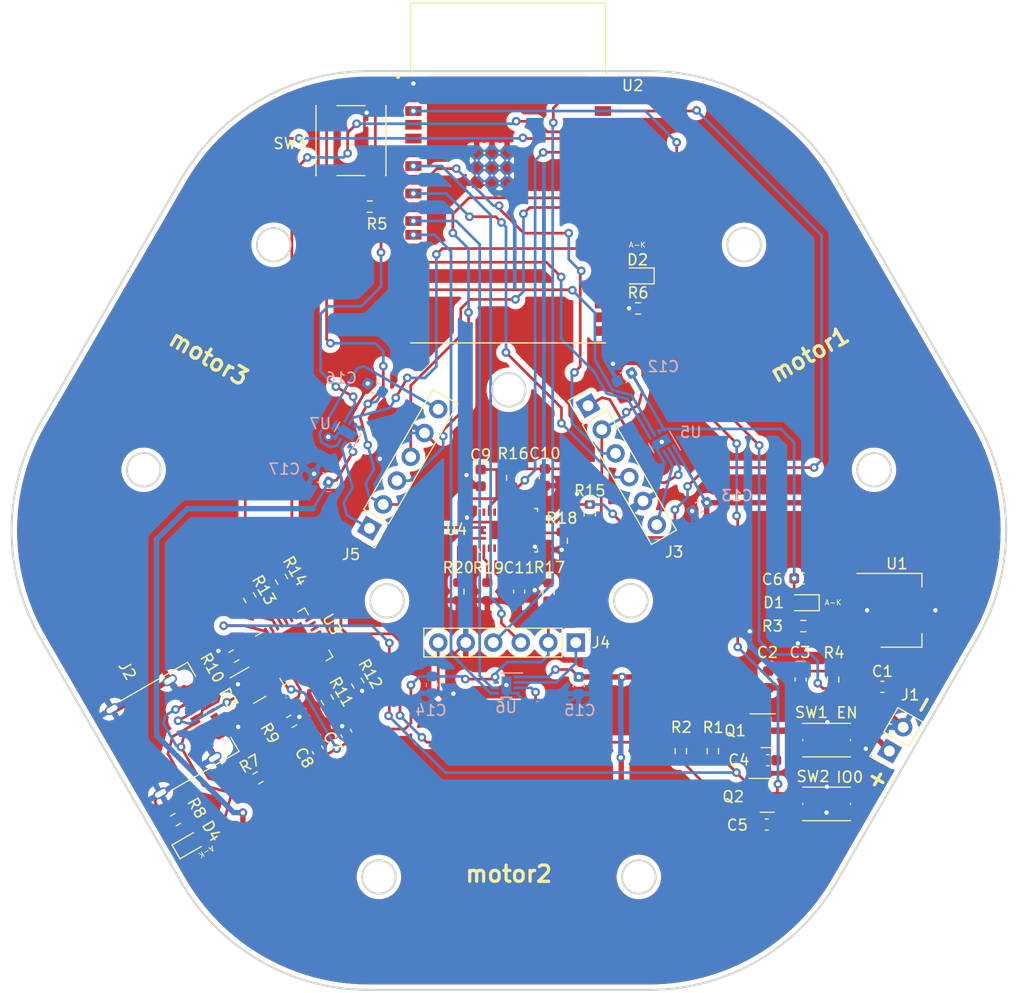
<source format=kicad_pcb>
(kicad_pcb (version 20211014) (generator pcbnew)
  (layers (0 "F.Cu" signal) (31 "B.Cu" signal) (34 "B.Paste" user) (35 "F.Paste" user) (36 "B.SilkS" user "B.Silkscreen") (37 "F.SilkS" user "F.Silkscreen") (38 "B.Mask" user) (39 "F.Mask" user) (44 "Edge.Cuts" user))
  (net 0 "")
  (net 1 "Net-(R12-Pad1)")
  (net 2 "GND")
  (net 3 "EN")
  (net 4 "+3V3")
  (net 5 "Net-(D1-Pad1)")
  (net 6 "RTS")
  (net 7 "Net-(Q2-Pad2)")
  (net 8 "DTR")
  (net 9 "Net-(Q1-Pad2)")
  (net 10 "Net-(J2-PadB5)")
  (net 11 "Net-(R7-Pad1)")
  (net 12 "Net-(J2-PadA5)")
  (net 13 "Net-(R11-Pad2)")
  (net 14 "Net-(R5-Pad2)")
  (net 15 "Net-(R13-Pad1)")
  (net 16 "RXD0")
  (net 17 "Net-(R14-Pad1)")
  (net 18 "TXD0")
  (net 19 "SCL")
  (net 20 "SDA")
  (net 21 "Net-(R18-Pad2)")
  (net 22 "Net-(R19-Pad1)")
  (net 23 "Net-(R20-Pad1)")
  (net 24 "Net-(D2-Pad1)")
  (net 25 "VBUSa")
  (net 26 "IO0")
  (net 27 "V_MOT")
  (net 28 "USB_DN")
  (net 29 "USB_DP")
  (net 30 "motor3_out1")
  (net 31 "motor3_out2")
  (net 32 "motor3_in2")
  (net 33 "motor3_in1")
  (net 34 "motor1_out1")
  (net 35 "motor1_out2")
  (net 36 "motor1_in2")
  (net 37 "motor1_in1")
  (net 38 "Net-(R17-Pad1)")
  (net 39 "motor2_out1")
  (net 40 "motor2_out2")
  (net 41 "motor2_in2")
  (net 42 "motor2_in1")
  (net 46 "Net-(C11-Pad1)")
  (net 74 "motor2_enc_a")
  (net 75 "motor1_enc_a")
  (net 76 "motor1_enc_b")
  (net 81 "motor2_enc_b")
  (net 82 "Net-(U2-Pad27)")
  (net 83 "motor3_enc_a")
  (net 84 "motor3_enc_b")
  (net 86 "Net-(D2-Pad2)")
  (footprint "Connector_PinHeader_2.54mm:PinHeader_1x06_P2.54mm_Vertical" (layer "F.Cu") (at 112.102565 110.430309 -90)
    (fp_text reference "J4")
    (fp_text value "Conn_01x06_Male")
  )
  (footprint "Package_TO_SOT_SMD:SOT-23" (layer "F.Cu") (at 129.772605 124.53987)
    (fp_text reference "Q2")
    (fp_text value "SS8050-G")
  )
  (footprint "Resistor_SMD:R_0603_1608Metric" (layer "F.Cu") (at 82.762324 122.919874 -150)
    (fp_text reference "R7")
    (fp_text value "22.1kΩ")
  )
  (footprint "Diode_SMD:D_0603_1608Metric" (layer "F.Cu") (at 133.085101 106.74987 180)
    (fp_text reference "D1")
    (fp_text value "LED")
  )
  (footprint "Resistor_SMD:R_0603_1608Metric" (layer "F.Cu") (at 106.232603 95.209871 90)
    (fp_text reference "R16")
    (fp_text value "10kΩ")
  )
  (footprint "Capacitor_SMD:C_0603_1608Metric" (layer "F.Cu") (at 106.872581 105.718749 -90)
    (fp_text reference "C11")
    (fp_text value "0.1uF")
  )
  (footprint "Resistor_SMD:R_0603_1608Metric" (layer "F.Cu") (at 121.792604 120.45987 -90)
    (fp_text reference "R2")
    (fp_text value "10kΩ")
  )
  (footprint "Resistor_SMD:R_0603_1608Metric" (layer "F.Cu") (at 117.845333 79.559685)
    (fp_text reference "R6")
    (fp_text value "100Ω")
  )
  (footprint "Package_DFN_QFN:QFN-28-1EP_5x5mm_P0.5mm_EP3.35x3.35mm" (layer "F.Cu") (at 86.102582 110.795369 30)
    (fp_text reference "U3")
    (fp_text value "CP2102N-Axx-xQFN28")
  )
  (footprint "Diode_SMD:D_0603_1608Metric" (layer "F.Cu") (at 76.475438 129.020669 30)
    (fp_text reference "D4")
    (fp_text value "D_Schottky")
  )
  (footprint "Resistor_SMD:R_0603_1608Metric" (layer "F.Cu") (at 89.158465 115.728318 120)
    (fp_text reference "R11")
    (fp_text value "2kΩ")
  )
  (footprint "Capacitor_SMD:C_0603_1608Metric" (layer "F.Cu") (at 103.312601 95.219869 90)
    (fp_text reference "C9")
    (fp_text value "0.1uF")
  )
  (footprint "Capacitor_SMD:C_0603_1608Metric" (layer "F.Cu") (at 129.832602 121.299868 180)
    (fp_text reference "C4")
    (fp_text value "0.1uF")
  )
  (footprint "Button_Switch_SMD:SW_Push_1P1T_NO_6x6mm_H9.5mm" (layer "F.Cu") (at 91.342566 64.060305 90)
    (fp_text reference "SW3")
    (fp_text value "SW_Push")
  )
  (footprint "Button_Switch_SMD:SW_Push_1P1T_NO_CK_KMR2" (layer "F.Cu") (at 135.255335 119.439687)
    (fp_text reference "SW1")
    (fp_text value "SW_Push")
  )
  (footprint "Resistor_SMD:R_0603_1608Metric" (layer "F.Cu") (at 103.93258 105.70875 -90)
    (fp_text reference "R19")
    (fp_text value "10kΩ")
  )
  (footprint "Resistor_SMD:R_0603_1608Metric" (layer "F.Cu") (at 81.996748 106.283858 120)
    (fp_text reference "R13")
    (fp_text value "0Ω")
  )
  (footprint "Resistor_SMD:R_0603_1608Metric" (layer "F.Cu") (at 113.392604 98.499871 -90)
    (fp_text reference "R15")
    (fp_text value "10kΩ")
  )
  (footprint "Resistor_SMD:R_0603_1608Metric" (layer "F.Cu") (at 93.072562 70.160306)
    (fp_text reference "R5")
    (fp_text value "5kΩ")
  )
  (footprint "Resistor_SMD:R_0603_1608Metric" (layer "F.Cu") (at 80.528629 111.681 -150)
    (fp_text reference "R10")
    (fp_text value "5.1kΩ")
  )
  (footprint "Package_TO_SOT_SMD:SOT-143" (layer "F.Cu") (at 82.136929 114.36666 30)
    (fp_text reference "D3")
    (fp_text value "SP0503BAHT")
  )
  (footprint "Package_TO_SOT_SMD:SOT-23" (layer "F.Cu") (at 129.862604 118.56987)
    (fp_text reference "Q1")
    (fp_text value "SS8050-G")
  )
  (footprint "Capacitor_SMD:C_0603_1608Metric" (layer "F.Cu") (at 133.035105 104.499868)
    (fp_text reference "C6")
    (fp_text value "10uF")
  )
  (footprint "Resistor_SMD:R_0603_1608Metric" (layer "F.Cu") (at 135.855334 113.840659 90)
    (fp_text reference "R4")
    (fp_text value "10kΩ")
  )
  (footprint "Capacitor_SMD:C_0603_1608Metric" (layer "F.Cu") (at 140.402602 114.519872)
    (fp_text reference "C1")
    (fp_text value "10uF")
  )
  (footprint "Package_TO_SOT_SMD:SOT-223-3_TabPin2" (layer "F.Cu") (at 142.145331 107.449683)
    (fp_text reference "U1")
    (fp_text value "LT1963AxST-3.3")
  )
  (footprint "Diode_SMD:D_0603_1608Metric" (layer "F.Cu") (at 117.845333 76.559686 180)
    (fp_text reference "D2")
    (fp_text value "LED")
  )
  (footprint "Capacitor_SMD:C_0603_1608Metric" (layer "F.Cu") (at 88.27111 120.351368 120)
    (fp_text reference "C8")
    (fp_text value "0.1uF")
  )
  (footprint "Resistor_SMD:R_0603_1608Metric" (layer "F.Cu") (at 75.149459 126.784004 30)
    (fp_text reference "R8")
    (fp_text value "5.1kΩ")
  )
  (footprint "Resistor_SMD:R_0603_1608Metric" (layer "F.Cu") (at 85.862929 117.70028 -150)
    (fp_text reference "R9")
    (fp_text value "47.5kΩ")
  )
  (footprint "Resistor_SMD:R_0603_1608Metric" (layer "F.Cu") (at 124.752602 120.459871 90)
    (fp_text reference "R1")
    (fp_text value "10kΩ")
  )
  (footprint "Resistor_SMD:R_0603_1608Metric" (layer "F.Cu") (at 84.932575 104.588859 120)
    (fp_text reference "R14")
    (fp_text value "0Ω")
  )
  (footprint "Connector_PinHeader_2.54mm:PinHeader_1x06_P2.54mm_Vertical" (layer "F.Cu") (at 113.227562 88.551049 30)
    (fp_text reference "J3")
    (fp_text value "Conn_01x06_Male")
  )
  (footprint "ESP32-WROVER-B:MODULE_ESP32-WROVER-B" (layer "F.Cu") (at 105.855329 67.049685)
    (fp_text reference "U2")
    (fp_text value "ESP32-WROVER-B")
  )
  (footprint "Capacitor_SMD:C_0603_1608Metric" (layer "F.Cu") (at 129.732602 127.239872)
    (fp_text reference "C5")
    (fp_text value "0.1uF")
  )
  (footprint "Capacitor_SMD:C_0603_1608Metric" (layer "F.Cu") (at 129.855328 113.840659 -90)
    (fp_text reference "C2")
    (fp_text value "0.1uF")
  )
  (footprint "Connector_PinHeader_2.54mm:PinHeader_1x06_P2.54mm_Vertical" (layer "F.Cu") (at 93.047565 99.869565 150)
    (fp_text reference "J5")
    (fp_text value "Conn_01x06_Male")
  )
  (footprint "Resistor_SMD:R_0603_1608Metric" (layer "F.Cu") (at 109.572584 105.73875 -90)
    (fp_text reference "R17")
    (fp_text value "10kΩ")
  )
  (footprint "Capacitor_SMD:C_0603_1608Metric" (layer "F.Cu") (at 90.921147 118.821367 120)
    (fp_text reference "C7")
    (fp_text value "4.7uF")
  )
  (footprint "Capacitor_SMD:C_0603_1608Metric" (layer "F.Cu") (at 109.242605 95.159868 90)
    (fp_text reference "C10")
    (fp_text value "6.8nF")
  )
  (footprint "Resistor_SMD:R_0603_1608Metric" (layer "F.Cu") (at 110.802602 101.039869 90)
    (fp_text reference "R18")
    (fp_text value "10kΩ")
  )
  (footprint "Resistor_SMD:R_0603_1608Metric" (layer "F.Cu") (at 133.105099 108.909869)
    (fp_text reference "R3")
    (fp_text value "147Ω")
  )
  (footprint "Button_Switch_SMD:SW_Push_1P1T_NO_CK_KMR2" (layer "F.Cu") (at 135.255331 125.33066)
    (fp_text reference "SW2")
    (fp_text value "SW_Push")
  )
  (footprint "Package_LGA:LGA-28_5.2x3.8mm_P0.5mm" (layer "F.Cu") (at 105.855331 100.049683)
    (fp_text reference "U4")
    (fp_text value "BNO055")
  )
  (footprint "Capacitor_SMD:C_0603_1608Metric" (layer "F.Cu") (at 132.85533 113.840656 -90)
    (fp_text reference "C3")
    (fp_text value "22uF")
  )
  (footprint "Connector_PinSocket_2.54mm:PinSocket_1x02_P2.54mm_Vertical" (layer "F.Cu") (at 141.055334 120.449688 150)
    (fp_text reference "J1")
    (fp_text value "Conn_01x02_Male")
  )
  (footprint "Connector_USB:USB_C_Receptacle_Amphenol_12401610E4-2A" (layer "F.Cu") (at 73.980125 119.049686 -60)
    (fp_text reference "J2")
    (fp_text value "USB_C_Receptacle_USB2.0")
  )
  (footprint "Resistor_SMD:R_0603_1608Metric" (layer "F.Cu") (at 101.252583 105.70875 -90)
    (fp_text reference "R20")
    (fp_text value "10kΩ")
  )
  (footprint "Resistor_SMD:R_0603_1608Metric" (layer "F.Cu") (at 91.95725 114.175947 -60)
    (fp_text reference "R12")
    (fp_text value "10kΩ")
  )
  (footprint "Capacitor_SMD:C_0603_1608Metric" (layer "B.Cu") (at 88.602604 95.229871 150)
    (fp_text reference "C17")
    (fp_text value "0.1uF")
  )
  (footprint "Capacitor_SMD:C_0603_1608Metric" (layer "B.Cu") (at 98.814607 114.328203 -90)
    (fp_text reference "C14")
    (fp_text value "0.1uF")
  )
  (footprint "Package_SON:WSON-8-1EP_2x2mm_P0.5mm_EP0.9x1.6mm" (layer "B.Cu") (at 120.036934 91.894003 120)
    (fp_text reference "U5")
    (fp_text value "DRV8837")
  )
  (footprint "Capacitor_SMD:C_0603_1608Metric" (layer "B.Cu") (at 93.562599 86.889869 150)
    (fp_text reference "C16")
    (fp_text value "0.1uF")
  )
  (footprint "Capacitor_SMD:C_0603_1608Metric" (layer "B.Cu") (at 116.581934 85.909767 -150)
    (fp_text reference "C12")
    (fp_text value "0.1uF")
  )
  (footprint "Capacitor_SMD:C_0603_1608Metric" (layer "B.Cu") (at 123.515592 97.89922 -150)
    (fp_text reference "C13")
    (fp_text value "0.1uF")
  )
  (footprint "Package_SON:WSON-8-1EP_2x2mm_P0.5mm_EP0.9x1.6mm" (layer "B.Cu") (at 105.694608 114.358202 180)
    (fp_text reference "U6")
    (fp_text value "DRV8837")
  )
  (footprint "Package_SON:WSON-8-1EP_2x2mm_P0.5mm_EP0.9x1.6mm" (layer "B.Cu") (at 91.022603 91.059868 60)
    (fp_text reference "U7")
    (fp_text value "DRV8837")
  )
  (footprint "Capacitor_SMD:C_0603_1608Metric" (layer "B.Cu") (at 112.374609 114.378203 -90)
    (fp_text reference "C15")
    (fp_text value "0.1uF")
  )
  (gr_line (start 62.693073 110.076061) (end 75.646066 132.511303) (layer "Edge.Cuts") (width 0.2))
  (gr_line (start 75.646066 67.640811) (end 62.693075 90.07606) (layer "Edge.Cuts") (width 0.2))
  (gr_circle (center 93.91957 132.076058) (end 93.91957 130.526061) (layer "Edge.Cuts") (width 0.2) (fill none))
  (gr_circle (center 117.173736 106.568847) (end 117.173736 105.018843) (layer "Edge.Cuts") (width 0.2) (fill none))
  (gr_circle (center 139.632384 94.468364) (end 139.632385 92.918361) (layer "Edge.Cuts") (width 0.2) (fill none))
  (gr_circle (center 72.206758 94.468364) (end 72.206759 92.918361) (layer "Edge.Cuts") (width 0.2) (fill none))
  (gr_circle (center 84.206756 73.683755) (end 84.206758 72.133753) (layer "Edge.Cuts") (width 0.2) (fill none))
  (gr_arc (start 62.693073 110.076061) (mid 60.013578 100.07606) (end 62.693075 90.07606) (layer "Edge.Cuts") (width 0.2))
  (gr_circle (center 127.632383 73.683753) (end 127.632383 72.133757) (layer "Edge.Cuts") (width 0.2) (fill none))
  (gr_circle (center 94.66957 106.576059) (end 94.66957 105.026057) (layer "Edge.Cuts") (width 0.2) (fill none))
  (gr_arc (start 118.872564 57.640815) (mid 128.872565 60.320306) (end 136.193073 67.640815) (layer "Edge.Cuts") (width 0.2))
  (gr_line (start 92.966575 142.511302) (end 118.872565 142.511305) (layer "Edge.Cuts") (width 0.2))
  (gr_circle (center 105.915404 87.083273) (end 105.915403 85.533274) (layer "Edge.Cuts") (width 0.2) (fill none))
  (gr_arc (start 136.193073 132.511305) (mid 128.872565 139.831814) (end 118.872565 142.511305) (layer "Edge.Cuts") (width 0.2))
  (gr_line (start 136.193073 132.511305) (end 149.146069 110.076061) (layer "Edge.Cuts") (width 0.2))
  (gr_arc (start 92.966575 142.511302) (mid 82.966576 139.831809) (end 75.646066 132.511303) (layer "Edge.Cuts") (width 0.2))
  (gr_line (start 149.146069 90.07606) (end 136.193073 67.640815) (layer "Edge.Cuts") (width 0.2))
  (gr_line (start 118.872564 57.640815) (end 92.966576 57.640812) (layer "Edge.Cuts") (width 0.2))
  (gr_arc (start 149.146069 90.07606) (mid 151.825561 100.076061) (end 149.146069 110.076061) (layer "Edge.Cuts") (width 0.2))
  (gr_circle (center 117.919569 132.07606) (end 117.919571 130.526059) (layer "Edge.Cuts") (width 0.2) (fill none))
  (gr_arc (start 75.646066 67.640811) (mid 82.966575 60.320302) (end 92.966576 57.640812) (layer "Edge.Cuts") (width 0.2))
  (gr_text "-" (at 144.162565 116.120305 60) (layer "F.SilkS") (effects (font (size 1.5 1.5) (thickness 0.3)) (justify mirror)))
  (gr_text "motor1" (at 133.672565 83.820308 30) (layer "F.SilkS") (effects (font (size 1.5 1.5) (thickness 0.3))))
  (gr_text "+" (at 140.012565 122.980306 -30) (layer "F.SilkS") (effects (font (size 1.5 1.5) (thickness 0.3)) (justify mirror)))
  (gr_text "EN" (at 137.142562 116.910306) (layer "F.SilkS") (effects (font (size 1 1))))
  (gr_text "A-K" (at 77.99 129.76 210) (layer "F.SilkS") (effects (font (size 0.5 0.5) (thickness 0.075))))
  (gr_text "motor2" (at 105.912567 131.800306) (layer "F.SilkS") (effects (font (size 1.5 1.5) (thickness 0.3))))
  (gr_text "motor3" (at 78.222563 84.150303 -30) (layer "F.SilkS") (effects (font (size 1.5 1.5) (thickness 0.3))))
  (gr_text "IO0" (at 137.392561 122.860311) (layer "F.SilkS") (effects (font (size 1 1))))
  (gr_text "A-K" (at 117.772562 73.690303) (layer "F.SilkS") (effects (font (size 0.5 0.5) (thickness 0.075))))
  (gr_text "A-K" (at 135.855102 106.739867) (layer "F.SilkS") (effects (font (size 0.5 0.5) (thickness 0.075))))
  (segment (start 90.334773 112.485739) (end 88.13507 113.755741) (width 0.25) (layer "F.Cu") (net 1))
  (segment (start 88.13507 113.755741) (end 87.75258 113.653256) (width 0.25) (layer "F.Cu") (net 1))
  (segment (start 91.099749 112.690715) (end 90.334773 112.485739) (width 0.25) (layer "F.Cu") (net 1))
  (segment (start 87.75258 113.653256) (end 87.327581 112.91713) (width 0.25) (layer "F.Cu") (net 1))
  (segment (start 91.54475 113.461476) (end 91.099749 112.690715) (width 0.25) (layer "F.Cu") (net 1))
  (segment (start 97.105331 76.569686) (end 92.625029 76.569685) (width 0.25) (layer "F.Cu") (net 2))
  (segment (start 79.702572 118.921255) (end 79.13336 119.249888) (width 0.25) (layer "F.Cu") (net 2))
  (segment (start 134.482605 120.259503) (end 134.462786 120.239687) (width 0.25) (layer "F.Cu") (net 2))
  (segment (start 69.275615 116.58123) (end 73.765615 124.35814) (width 0.25) (layer "F.Cu") (net 2))
  (segment (start 102.955329 67.989683) (end 102.955329 65.189686) (width 0.25) (layer "F.Cu") (net 2))
  (segment (start 92.489138 70.401883) (end 92.247562 70.160306) (width 0.25) (layer "F.Cu") (net 2))
  (segment (start 132.280099 108.909869) (end 128.642605 108.90987) (width 0.25) (layer "F.Cu") (net 2))
  (segment (start 134.462786 120.239687) (end 135.272784 120.239686) (width 0.25) (layer "F.Cu") (net 2))
  (segment (start 89.245467 91.433078) (end 87.724021 94.068295) (width 0.25) (layer "F.Cu") (net 2))
  (segment (start 92.589702 61.678259) (end 92.786653 61.481308) (width 0.25) (layer "F.Cu") (net 2))
  (segment (start 108.105332 101.712186) (end 110.64992 101.712184) (width 0.25) (layer "F.Cu") (net 2))
  (segment (start 106.872584 106.493748) (end 107.394526 106.493748) (width 0.25) (layer "F.Cu") (net 2))
  (segment (start 106.404309 100.57369) (end 106.40431 99.799682) (width 0.25) (layer "F.Cu") (net 2))
  (segment (start 77.565975 113.803969) (end 76.952576 114.158112) (width 0.25) (layer "F.Cu") (net 2))
  (segment (start 106.40431 99.799682) (end 108.24283 99.799684) (width 0.25) (layer "F.Cu") (net 2))
  (segment (start 128.162602 114.139871) (end 128.638391 114.615658) (width 0.25) (layer "F.Cu") (net 2))
  (segment (start 102.95533 58.894437) (end 103.060079 58.789685) (width 0.25) (layer "F.Cu") (net 2))
  (segment (start 73.765615 124.358136) (end 73.409066 124.563992) (width 0.25) (layer "F.Cu") (net 2))
  (segment (start 75.917402 114.467096) (end 75.355331 114.791607) (width 0.25) (layer "F.Cu") (net 2))
  (segment (start 77.098231 111.779378) (end 76.959142 112.298466) (width 0.25) (layer "F.Cu") (net 2))
  (segment (start 100.794609 115.148202) (end 100.794608 111.578265) (width 0.25) (layer "F.Cu") (net 2))
  (segment (start 97.105327 58.789687) (end 103.060079 58.789685) (width 0.25) (layer "F.Cu") (net 2))
  (segment (start 79.106264 111.19739) (end 79.062962 111.222389) (width 0.25) (layer "F.Cu") (net 2))
  (segment (start 108.242831 100.799684) (end 106.630302 100.799683) (width 0.25) (layer "F.Cu") (net 2))
  (segment (start 101.942564 106.549909) (end 101.942564 110.430309) (width 0.25) (layer "F.Cu") (net 2))
  (segment (start 78.779352 119.165599) (end 78.105333 119.554747) (width 0.25) (layer "F.Cu") (net 2))
  (segment (start 101.252583 106.53375) (end 101.958724 106.533749) (width 0.25) (layer "F.Cu") (net 2))
  (segment (start 105.60533 99.000707) (end 106.40431 99.799682) (width 0.25) (layer "F.Cu") (net 2))
  (segment (start 106.832583 106.533747) (end 106.872583 106.493747) (width 0.25) (layer "F.Cu") (net 2))
  (segment (start 120.157256 96.281945) (end 121.966921 96.766845) (width 0.25) (layer "F.Cu") (net 2))
  (segment (start 69.767383 116.713) (end 69.275612 116.581228) (width 0.25) (layer "F.Cu") (net 2))
  (segment (start 87.9074 119.591406) (end 87.883605 119.6802) (width 0.25) (layer "F.Cu") (net 2))
  (segment (start 103.467831 99.299684) (end 102.460304 99.299683) (width 0.25) (layer "F.Cu") (net 2))
  (segment (start 131.616817 126.130657) (end 133.205334 126.130654) (width 0.25) (layer "F.Cu") (net 2))
  (segment (start 79.13336 119.249888) (end 78.781995 119.15574) (width 0.25) (layer "F.Cu") (net 2))
  (segment (start 90.533644 118.150198) (end 87.883605 119.6802) (width 0.25) (layer "F.Cu") (net 2))
  (segment (start 86.577398 117.287781) (end 87.9074 119.591406) (width 0.25) (layer "F.Cu") (net 2))
  (segment (start 80.361999 110.472388) (end 80.860598 110.605988) (width 0.25) (layer "F.Cu") (net 2))
  (segment (start 132.855332 115.302597) (end 135.332601 117.779872) (width 0.25) (layer "F.Cu") (net 2))
  (segment (start 85.419571 110.612357) (end 86.102582 110.795369) (width 0.25) (layer "F.Cu") (net 2))
  (segment (start 133.205334 126.130654) (end 135.251812 126.130659) (width 0.25) (layer "F.Cu") (net 2))
  (segment (start 73.252487 125.148353) (end 74.434988 127.196504) (width 0.25) (layer "F.Cu") (net 2))
  (segment (start 105.755329 65.189686) (end 105.755329 67.989686) (width 0.25) (layer "F.Cu") (net 2))
  (segment (start 92.489139 87.533795) (end 92.952671 86.730934) (width 0.25) (layer "F.Cu") (net 2))
  (segment (start 129.0576 121.299871) (end 129.057603 122.07487) (width 0.25) (layer "F.Cu") (net 2))
  (segment (start 135.8626 104.499871) (end 136.322601 104.959869) (width 0.25) (layer "F.Cu") (net 2))
  (segment (start 78.105333 119.554747) (end 78.815332 120.784502) (width 0.25) (layer "F.Cu") (net 2))
  (segment (start 103.46783 99.299686) (end 105.306355 99.299683) (width 0.25) (layer "F.Cu") (net 2))
  (segment (start 79.706375 118.922274) (end 79.702572 118.921255) (width 0.25) (layer "F.Cu") (net 2))
  (segment (start 87.724021 94.068295) (end 87.931434 94.842368) (width 0.25) (layer "F.Cu") (net 2))
  (segment (start 105.605332 101.712188) (end 105.60533 99.000707) (width 0.25) (layer "F.Cu") (net 2))
  (segment (start 83.319459 111.824856) (end 83.730821 111.587356) (width 0.25) (layer "F.Cu") (net 2))
  (segment (start 133.8101 104.49987) (end 135.8626 104.499871) (width 0.25) (layer "F.Cu") (net 2))
  (segment (start 102.460304 99.299683) (end 102.045193 98.884571) (width 0.25) (layer "F.Cu") (net 2))
  (segment (start 102.955329 65.189686) (end 105.755329 65.189686) (width 0.25) (layer "F.Cu") (net 2))
  (segment (start 120.046702 86.966081) (end 120.046701 91.884236) (width 0.25) (layer "F.Cu") (net 2))
  (segment (start 94.006654 93.45131) (end 91.116083 96.341882) (width 0.25) (layer "F.Cu") (net 2))
  (segment (start 108.24283 101.574684) (end 108.105331 101.712185) (width 0.25) (layer "F.Cu") (net 2))
  (segment (start 137.305336 120.239686) (end 138.87008 120.239686) (width 0.5) (layer "F.Cu") (net 2))
  (segment (start 91.116083 96.341882) (end 88.406083 96.341882) (width 0.25) (layer "F.Cu") (net 2))
  (segment (start 83.730821 111.587356) (end 85.419571 110.612357) (width 0.25) (layer "F.Cu") (net 2))
  (segment (start 78.781995 119.15574) (end 78.779352 119.165599) (width 0.25) (layer "F.Cu") (net 2))
  (segment (start 110.64992 101.712184) (end 110.802602 101.864871) (width 0.25) (layer "F.Cu") (net 2))
  (segment (start 79.106264 111.19739) (end 78.423252 111.014377) (width 0.25) (layer "F.Cu") (net 2))
  (segment (start 130.507603 127.239869) (end 131.616817 126.130657) (width 0.25) (layer "F.Cu") (net 2))
  (segment (start 111.455488 95.934869) (end 112.215192 96.694573) (width 0.25) (layer "F.Cu") (net 2))
  (segment (start 109.242602 95.93487) (end 111.455488 95.934869) (width 0.25) (layer "F.Cu") (net 2))
  (segment (start 91.732263 88.844745) (end 92.489139 87.533795) (width 0.25) (layer "F.Cu") (net 2))
  (segment (start 136.892418 107.449686) (end 138.995332 107.449683) (width 0.25) (layer "F.Cu") (net 2))
  (segment (start 76.258908 114.5586) (end 75.917402 114.467096) (width 0.25) (layer "F.Cu") (net 2))
  (segment (start 88.406083 96.341882) (end 87.931434 95.867232) (width 0.25) (layer "F.Cu") (net 2))
  (segment (start 102.95533 66.589687) (end 105.755331 66.589687) (width 0.25) (layer "F.Cu") (net 2))
  (segment (start 105.755329 67.989686) (end 102.955329 67.989683) (width 0.25) (layer "F.Cu") (net 2))
  (segment (start 107.394526 106.493748) (end 108.304447 105.583828) (width 0.25) (layer "F.Cu") (net 2))
  (segment (start 100.794608 111.578265) (end 101.942564 110.430309) (width 0.25) (layer "F.Cu") (net 2))
  (segment (start 100.794609 115.148202) (end 104.904607 115.148202) (width 0.25) (layer "F.Cu") (net 2))
  (segment (start 92.589703 69.818167) (end 92.589702 61.678259) (width 0.25) (layer "F.Cu") (net 2))
  (segment (start 102.013291 94.956475) (end 98.127565 91.070747) (width 0.25) (layer "F.Cu") (net 2))
  (segment (start 101.958724 106.533749) (end 101.942564 106.549909) (width 0.25) (layer "F.Cu") (net 2))
  (segment (start 76.952576 114.158112) (end 76.258908 114.5586) (width 0.25) (layer "F.Cu") (net 2))
  (segment (start 132.280099 108.909869) (end 132.2801 110.189481) (width 0.25) (layer "F.Cu") (net 2))
  (segment (start 92.489139 76.433795) (end 92.489138 70.401883) (width 0.25) (layer "F.Cu") (net 2))
  (segment (start 89.245467 91.433078) (end 90.558214 89.159331) (width 0.25) (layer "F.Cu") (net 2))
  (segment (start 136.322601 106.87987) (end 136.892418 107.449686) (width 0.25) (layer "F.Cu") (net 2))
  (segment (start 78.815332 120.784502) (end 78.738464 121.071371) (width 0.25) (layer "F.Cu") (net 2))
  (segment (start 90.558214 89.159331) (end 91.732263 88.844745) (width 0.25) (layer "F.Cu") (net 2))
  (segment (start 104.904607 115.148202) (end 105.694608 114.358202) (width 0.25) (layer "F.Cu") (net 2))
  (segment (start 141.177601 114.519873) (end 141.177602 117.102252) (width 0.5) (layer "F.Cu") (net 2))
  (segment (start 105.605333 98.387185) (end 105.60533 99.000707) (width 0.25) (layer "F.Cu") (net 2))
  (segment (start 74.608465 113.918) (end 75.068466 114.714743) (width 0.25) (layer "F.Cu") (net 2))
  (segment (start 80.915906 114.251779) (end 80.908581 114.279102) (width 0.25) (layer "F.Cu") (net 2))
  (segment (start 129.855328 114.615657) (end 132.855328 114.615657) (width 0.25) (layer "F.Cu") (net 2))
  (segment (start 128.638391 114.615658) (end 129.855328 114.615657) (width 0.25) (layer "F.Cu") (net 2))
  (segment (start 106.630302 100.799683) (end 106.404309 100.57369) (width 0.25) (layer "F.Cu") (net 2))
  (segment (start 81.2431 111.268497) (end 83.319459 111.824856) (width 0.25) (layer "F.Cu") (net 2))
  (segment (start 132.855328 114.615657) (end 132.855332 114.615658) (width 0.25) (layer "F.Cu") (net 2))
  (segment (start 138.87008 120.239686) (end 138.875191 120.234573) (width 0.5) (layer "F.Cu") (net 2))
  (segment (start 103.060079 58.789685) (end 114.60533 58.789686) (width 0.25) (layer "F.Cu") (net 2))
  (segment (start 135.251812 126.130659) (end 137.305332 126.130655) (width 0.25) (layer "F.Cu") (net 2))
  (segment (start 141.177602 117.102252) (end 142.325333 118.249984) (width 0.5) (layer "F.Cu") (net 2))
  (segment (start 78.423252 111.014377) (end 77.098231 111.779378) (width 0.25) (layer "F.Cu") (net 2))
  (segment (start 132.2801 110.189481) (end 132.595191 110.504572) (width 0.25) (layer "F.Cu") (net 2))
  (segment (start 118.307562 97.349867) (end 120.157256 96.281945) (width 0.25) (layer "F.Cu") (net 2))
  (segment (start 134.022605 122.599869) (end 134.482602 122.139867) (width 0.25) (layer "F.Cu") (net 2))
  (segment (start 80.929833 118.215907) (end 79.706375 118.922274) (width 0.25) (layer "F.Cu") (net 2))
  (segment (start 77.649142 113.493581) (end 77.565975 113.803969) (width 0.25) (layer "F.Cu") (net 2))
  (segment (start 136.322601 104.959869) (end 136.322601 106.87987) (width 0.25) (layer "F.Cu") (net 2))
  (segment (start 79.106264 111.19739) (end 80.361999 110.472388) (width 0.25) (layer "F.Cu") (net 2))
  (segment (start 92.952671 86.730934) (end 92.891428 86.502372) (width 0.25) (layer "F.Cu") (net 2))
  (segment (start 121.966921 96.766845) (end 122.844423 98.286718) (width 0.25) (layer "F.Cu") (net 2))
  (segment (start 128.642605 108.90987) (end 128.162602 109.389869) (width 0.25) (layer "F.Cu") (net 2))
  (segment (start 87.931434 95.867232) (end 87.931434 94.842368) (width 0.25) (layer "F.Cu") (net 2))
  (segment (start 110.802603 101.86487) (end 110.802602 101.864871) (width 0.5) (layer "F.Cu") (net 2))
  (segment (start 108.242831 100.799684) (end 108.24283 101.574684) (width 0.25) (layer "F.Cu") (net 2))
  (segment (start 135.272784 120.239686) (end 137.305336 120.239686) (width 0.25) (layer "F.Cu") (net 2))
  (segment (start 76.959142 112.298466) (end 77.649142 113.493581) (width 0.25) (layer "F.Cu") (net 2))
  (segment (start 134.482602 122.139867) (end 134.482605 120.259503) (width 0.25) (layer "F.Cu") (net 2))
  (segment (start 103.312603 95.994869) (end 103.051688 95.99487) (width 0.25) (layer "F.Cu") (net 2))
  (segment (start 120.046702 86.966081) (end 117.748453 84.667832) (width 0.25) (layer "F.Cu") (net 2))
  (segment (start 92.247562 70.160306) (end 92.589703 69.818167) (width 0.25) (layer "F.Cu") (net 2))
  (segment (start 103.051688 95.99487) (end 102.013291 94.956475) (width 0.25) (layer "F.Cu") (net 2))
  (segment (start 129.057603 122.07487) (end 129.582601 122.599868) (width 0.25) (layer "F.Cu") (net 2))
  (segment (start 120.046701 91.884236) (end 120.036934 91.894003) (width 0.25) (layer "F.Cu") (net 2))
  (segment (start 74.608465 113.918) (end 69.767383 116.713) (width 0.25) (layer "F.Cu") (net 2))
  (segment (start 73.409066 124.563992) (end 73.252487 125.148353) (width 0.25) (layer "F.Cu") (net 2))
  (segment (start 102.955329 65.189686) (end 102.95533 58.894437) (width 0.25) (layer "F.Cu") (net 2))
  (segment (start 128.162602 109.389869) (end 128.162602 114.139871) (width 0.25) (layer "F.Cu") (net 2))
  (segment (start 105.306355 99.299683) (end 105.60533 99.000707) (width 0.25) (layer "F.Cu") (net 2))
  (segment (start 104.355329 65.189687) (end 104.355329 67.989687) (width 0.25) (layer "F.Cu") (net 2))
  (segment (start 135.272786 123.730055) (end 135.282602 123.739869) (width 0.25) (layer "F.Cu") (net 2))
  (segment (start 92.625029 76.569685) (end 92.489139 76.433795) (width 0.25) (layer "F.Cu") (net 2))
  (segment (start 103.93258 106.53375) (end 106.832583 106.533747) (width 0.25) (layer "F.Cu") (net 2))
  (segment (start 133.205332 120.239686) (end 134.462786 120.239687) (width 0.25) (layer "F.Cu") (net 2))
  (segment (start 132.855332 114.615658) (end 132.855332 115.302597) (width 0.25) (layer "F.Cu") (net 2))
  (segment (start 75.068466 114.714743) (end 75.355333 114.791608) (width 0.25) (layer "F.Cu") (net 2))
  (segment (start 135.272784 120.239686) (end 135.272786 123.730055) (width 0.25) (layer "F.Cu") (net 2))
  (segment (start 117.748453 84.667832) (end 115.538453 84.667834) (width 0.25) (layer "F.Cu") (net 2))
  (segment (start 101.958724 106.533749) (end 103.93258 106.53375) (width 0.25) (layer "F.Cu") (net 2))
  (segment (start 92.489139 87.533795) (end 92.489139 76.433795) (width 0.25) (layer "F.Cu") (net 2))
  (segment (start 129.582601 122.599868) (end 134.022605 122.599869) (width 0.25) (layer "F.Cu") (net 2))
  (segment (start 80.895906 114.217138) (end 80.915906 114.251779) (width 0.25) (layer "F.Cu") (net 2))
  (segment (start 80.860598 110.605988) (end 81.2431 111.268497) (width 0.25) (layer "F.Cu") (net 2))
  (via (at 79.106264 111.19739) (size 0.8) (drill 0.4) (layers "F.Cu" "B.Cu") (net 2))
  (via (at 138.995332 107.449683) (size 0.8) (drill 0.4) (layers "F.Cu" "B.Cu") (net 2))
  (via (at 86.577398 117.287781) (size 0.8) (drill 0.4) (layers "F.Cu" "B.Cu") (net 2))
  (via (at 112.215192 96.694573) (size 0.8) (drill 0.4) (layers "F.Cu" "B.Cu") (net 2))
  (via (at 108.304447 105.583828) (size 0.8) (drill 0.4) (layers "F.Cu" "B.Cu") (net 2))
  (via (at 102.013291 94.956475) (size 0.8) (drill 0.4) (layers "F.Cu" "B.Cu") (net 2))
  (via (at 89.245467 91.433078) (size 0.8) (drill 0.4) (layers "F.Cu" "B.Cu") (net 2))
  (via (at 80.908581 114.279102) (size 0.8) (drill 0.4) (layers "F.Cu" "B.Cu") (net 2))
  (via (at 92.369747 114.890422) (size 0.8) (drill 0.4) (layers "F.Cu" "B.Cu") (net 2))
  (via (at 138.875191 120.234573) (size 0.8) (drill 0.4) (layers "F.Cu" "B.Cu") (net 2))
  (via (at 128.162602 109.389869) (size 0.8) (drill 0.4) (layers "F.Cu" "B.Cu") (net 2))
  (via (at 110.802602 101.864871) (size 0.8) (drill 0.4) (layers "F.Cu" "B.Cu") (net 2))
  (via (at 120.036934 91.894003) (size 0.8) (drill 0.4) (layers "F.Cu" "B.Cu") (net 2))
  (via (at 92.891428 86.502372) (size 0.8) (drill 0.4) (layers "F.Cu" "B.Cu") (net 2))
  (via (at 132.595191 110.504572) (size 0.8) (drill 0.4) (layers "F.Cu" "B.Cu") (net 2))
  (via (at 145.295331 107.449683) (size 0.8) (drill 0.4) (layers "F.Cu" "B.Cu") (net 2))
  (via (at 87.931434 94.842368) (size 0.8) (drill 0.4) (layers "F.Cu" "B.Cu") (net 2))
  (via (at 117.020333 79.559685) (size 0.8) (drill 0.4) (layers "F.Cu" "B.Cu") (net 2))
  (via (at 135.251812 126.130659) (size 0.8) (drill 0.4) (layers "F.Cu" "B.Cu") (net 2))
  (via (at 105.694608 114.358202) (size 0.8) (drill 0.4) (layers "F.Cu" "B.Cu") (net 2))
  (via (at 94.006654 93.45131) (size 0.8) (drill 0.4) (layers "F.Cu" "B.Cu") (net 2))
  (via (at 80.929833 118.215907) (size 0.8) (drill 0.4) (layers "F.Cu" "B.Cu") (net 2))
  (via (at 102.045193 98.884571) (size 0.8) (drill 0.4) (layers "F.Cu" "B.Cu") (net 2))
  (via (at 97.10533 58.789684) (size 0.8) (drill 0.4) (layers "F.Cu" "B.Cu") (net 2))
  (via (at 135.282602 123.739869) (size 0.8) (drill 0.4) (layers "F.Cu" "B.Cu") (net 2))
  (via (at 135.332601 117.779872) (size 0.8) (drill 0.4) (layers "F.Cu" "B.Cu") (net 2))
  (via (at 90.533644 118.150198) (size 0.8) (drill 0.4) (layers "F.Cu" "B.Cu") (net 2))
  (via (at 115.538453 84.667834) (size 0.8) (drill 0.4) (layers "F.Cu" "B.Cu") (net 2))
  (via (at 100.794609 115.148202) (size 0.8) (drill 0.4) (layers "F.Cu" "B.Cu") (net 2))
  (via (at 92.786653 61.481308) (size 0.8) (drill 0.4) (layers "F.Cu" "B.Cu") (net 2))
  (via (at 108.331832 101.574684) (size 0.8) (drill 0.4) (layers "F.Cu" "B.Cu") (net 2))
  (via (at 122.844423 98.286718) (size 0.8) (drill 0.4) (layers "F.Cu" "B.Cu") (net 2))
  (segment (start 91.022603 91.059868) (end 90.741992 90.897859) (width 0.25) (layer "B.Cu") (net 2))
  (segment (start 112.264893 101.86487) (end 113.792559 101.864871) (width 0.5) (layer "B.Cu") (net 2))
  (segment (start 90.533644 118.150198) (end 92.77232 116.857698) (width 0.25) (layer "B.Cu") (net 2))
  (segment (start 90.741992 90.897859) (end 90.160094 91.053779) (width 0.25) (layer "B.Cu") (net 2))
  (segment (start 119.600403 92.637912) (end 119.75632 92.056014) (width 0.25) (layer "B.Cu") (net 2))
  (segment (start 102.045192 94.988377) (end 102.013291 94.956475) (width 0.25) (layer "B.Cu") (net 2))
  (segment (start 135.282602 123.739869) (end 135.282601 126.099873) (width 0.25) (layer "B.Cu") (net 2))
  (segment (start 80.908581 114.279102) (end 79.133584 111.204711) (width 0.25) (layer "B.Cu") (net 2))
  (segment (start 115.919897 83.659277) (end 117.020333 82.558837) (width 0.25) (layer "B.Cu") (net 2))
  (segment (start 139.625194 119.484573) (end 139.625194 118.624573) (width 0.5) (layer "B.Cu") (net 2))
  (segment (start 81.958582 116.097757) (end 81.973581 116.123736) (width 0.25) (layer "B.Cu") (net 2))
  (segment (start 139.625194 118.624573) (end 139.999783 118.249982) (width 0.5) (layer "B.Cu") (net 2))
  (segment (start 138.995332 110.134435) (end 138.995332 107.449683) (width 0.25) (layer "B.Cu") (net 2))
  (segment (start 81.962605 116.164715) (end 81.501413 117.885907) (width 0.25) (layer "B.Cu") (net 2))
  (segment (start 89.603061 91.337261) (end 89.245467 91.433078) (width 0.25) (layer "B.Cu") (net 2))
  (segment (start 115.910761 86.297268) (end 115.358261 85.34031) (width 0.25) (layer "B.Cu") (net 2))
  (segment (start 81.501413 117.885907) (end 80.929833 118.215907) (width 0.25) (layer "B.Cu") (net 2))
  (segment (start 85.4849 115.395513) (end 86.577398 117.287781) (width 0.25) (layer "B.Cu") (net 2))
  (segment (start 120.036934 91.894003) (end 120.036931 91.77924) (width 0.25) (layer "B.Cu") (net 2))
  (segment (start 108.304447 105.583828) (end 108.304449 101.602071) (width 0.25) (layer "B.Cu") (net 2))
  (segment (start 123.660491 109.389868) (end 128.162602 109.389869) (width 0.25) (layer "B.Cu") (net 2))
  (segment (start 108.304449 101.602071) (end 108.331832 101.574684) (width 0.25) (layer "B.Cu") (net 2))
  (segment (start 96.387217 91.070748) (end 94.006654 93.45131) (width 0.25) (layer "B.Cu") (net 2))
  (segment (start 81.962605 116.164715) (end 83.989103 114.994714) (width 0.25) (layer "B.Cu") (net 2))
  (segment (start 90.160094 91.053779) (end 89.898083 91.507595) (width 0.25) (layer "B.Cu") (net 2))
  (segment (start 138.875191 120.234573) (end 139.625194 119.484573) (width 0.5) (layer "B.Cu") (net 2))
  (segment (start 92.77232 116.857698) (end 93.004749 115.990272) (width 0.25) (layer "B.Cu") (net 2))
  (segment (start 110.802602 101.864871) (end 112.264893 101.86487) (width 0.5) (layer "B.Cu") (net 2))
  (segment (start 115.788342 83.735229) (end 115.919897 83.659277) (width 0.25) (layer "B.Cu") (net 2))
  (segment (start 98.127565 91.070747) (end 96.387217 91.070748) (width 0.25) (layer "B.Cu") (net 2))
  (segment (start 117.020333 82.558837) (end 117.020333 79.559685) (width 0.25) (layer "B.Cu") (net 2))
  (segment (start 120.036931 91.77924) (end 120.046698 91.769473) (width 0.25) (layer "B.Cu") (net 2))
  (segment (start 102.045193 98.884571) (end 102.045192 94.988377) (width 0.25) (layer "B.Cu") (net 2))
  (segment (start 113.792559 101.864871) (end 118.307562 97.349867) (width 0.5) (layer "B.Cu") (net 2))
  (segment (start 98.452539 115.990268) (end 98.814607 115.628203) (width 0.25) (layer "B.Cu") (net 2))
  (segment (start 115.538453 84.667834) (end 115.788342 83.735229) (width 0.25) (layer "B.Cu") (net 2))
  (segment (start 132.595191 110.504572) (end 138.625193 110.504572) (width 0.25) (layer "B.Cu") (net 2))
  (segment (start 106.644608 115.108202) (end 107.269119 115.732713) (width 0.25) (layer "B.Cu") (net 2))
  (segment (start 112.215191 101.815167) (end 112.264893 101.86487) (width 0.25) (layer "B.Cu") (net 2))
  (segment (start 95.478279 58.789685) (end 97.10533 58.789684) (width 0.25) (layer "B.Cu") (net 2))
  (segment (start 92.786653 61.481308) (end 95.478279 58.789685) (width 0.25) (layer "B.Cu") (net 2))
  (segment (start 138.625193 110.504572) (end 138.995332 110.134435) (width 0.25) (layer "B.Cu") (net 2))
  (segment (start 119.862413 93.091726) (end 119.600403 92.637912) (width 0.25) (layer "B.Cu") (net 2))
  (segment (start 111.795097 115.732713) (end 112.374607 115.153204) (width 0.25) (layer "B.Cu") (net 2))
  (segment (start 98.814607 115.628203) (end 98.814606 115.103203) (width 0.25) (layer "B.Cu") (net 2))
  (segment (start 118.307562 97.349867) (end 119.524653 96.647179) (width 0.25) (layer "B.Cu") (net 2))
  (segment (start 93.004749 115.990272) (end 98.452539 115.990268) (width 0.25) (layer "B.Cu") (net 2))
  (segment (start 99.952542 115.990269) (end 100.794609 115.148202) (width 0.25) (layer "B.Cu") (net 2))
  (segment (start 93.004749 115.990272) (end 92.369747 114.890422) (width 0.25) (layer "B.Cu") (net 2))
  (segment (start 83.989103 114.994714) (end 85.4849 115.395513) (width 0.25) (layer "B.Cu") (net 2))
  (segment (start 119.524653 96.647179) (end 120.282415 93.819188) (width 0.25) (layer "B.Cu") (net 2))
  (segment (start 98.452539 115.990268) (end 99.952542 115.990269) (width 0.25) (layer "B.Cu") (net 2))
  (segment (start 107.269119 115.732713) (end 111.795097 115.732713) (width 0.25) (layer "B.Cu") (net 2))
  (segment (start 105.694608 114.358202) (end 105.694609 114.682224) (width 0.25) (layer "B.Cu") (net 2))
  (segment (start 119.75632 92.056014) (end 120.036934 91.894003) (width 0.25) (layer "B.Cu") (net 2))
  (segment (start 122.844421 108.573803) (end 123.660491 109.389868) (width 0.25) (layer "B.Cu") (net 2))
  (segment (start 81.973581 116.123736) (end 81.962605 116.164715) (width 0.25) (layer "B.Cu") (net 2))
  (segment (start 80.908581 114.279102) (end 81.958582 116.097757) (width 0.25) (layer "B.Cu") (net 2))
  (segment (start 115.358261 85.34031) (end 115.538453 84.667834) (width 0.25) (layer "B.Cu") (net 2))
  (segment (start 135.282601 126.099873) (end 135.251812 126.130659) (width 0.25) (layer "B.Cu") (net 2))
  (segment (start 112.329608 115.108203) (end 112.374607 115.153204) (width 0.25) (layer "B.Cu") (net 2))
  (segment (start 120.282415 93.819188) (end 119.862413 93.091726) (width 0.25) (layer "B.Cu") (net 2))
  (segment (start 135.332601 117.779872) (end 135.332604 123.68987) (width 0.25) (layer "B.Cu") (net 2))
  (segment (start 112.215192 96.694573) (end 112.215191 101.815167) (width 0.25) (layer "B.Cu") (net 2))
  (segment (start 89.898083 91.507595) (end 89.603061 91.337261) (width 0.25) (layer "B.Cu") (net 2))
  (segment (start 79.133584 111.204711) (end 79.106264 111.19739) (width 0.25) (layer "B.Cu") (net 2))
  (segment (start 138.995332 107.449683) (end 145.295331 107.449683) (width 0.5) (layer "B.Cu") (net 2))
  (segment (start 135.332604 123.68987) (end 135.282602 123.739869) (width 0.25) (layer "B.Cu") (net 2))
  (segment (start 139.999783 118.249982) (end 142.325333 118.249984) (width 0.5) (layer "B.Cu") (net 2))
  (segment (start 105.694609 114.682224) (end 106.120587 115.108201) (width 0.25) (layer "B.Cu") (net 2))
  (segment (start 106.120587 115.108201) (end 106.644608 115.108202) (width 0.25) (layer "B.Cu") (net 2))
  (segment (start 122.844423 98.286718) (end 122.844421 108.573803) (width 0.25) (layer "B.Cu") (net 2))
  (segment (start 130.800102 121.107371) (end 130.607604 121.299867) (width 0.25) (layer "F.Cu") (net 3))
  (segment (start 136.518392 114.66566) (end 137.305336 115.4526) (width 0.25) (layer "F.Cu") (net 3))
  (segment (start 129.02519 92.204572) (end 121.415193 84.594572) (width 0.25) (layer "F.Cu") (net 3))
  (segment (start 121.415193 84.594572) (end 121.415193 64.224571) (width 0.25) (layer "F.Cu") (net 3))
  (segment (start 134.916278 114.665659) (end 134.435195 114.184572) (width 0.25) (layer "F.Cu") (net 3))
  (segment (start 135.855334 114.665659) (end 134.916278 114.665659) (width 0.25) (layer "F.Cu") (net 3))
  (segment (start 133.135515 118.569871) (end 133.205335 118.639683) (width 0.25) (layer "F.Cu") (net 3))
  (segment (start 130.800103 118.569871) (end 133.135515 118.569871) (width 0.25) (layer "F.Cu") (net 3))
  (segment (start 130.800103 118.569871) (end 130.800102 121.107371) (width 0.25) (layer "F.Cu") (net 3))
  (segment (start 135.855333 114.665657) (end 136.518392 114.66566) (width 0.25) (layer "F.Cu") (net 3))
  (segment (start 137.305336 115.4526) (end 137.305336 118.639687) (width 0.25) (layer "F.Cu") (net 3))
  (segment (start 133.205335 118.639683) (end 137.305336 118.639687) (width 0.25) (layer "F.Cu") (net 3))
  (via (at 121.415193 64.224571) (size 0.8) (drill 0.4) (layers "F.Cu" "B.Cu") (net 3))
  (via (at 129.02519 92.204572) (size 0.8) (drill 0.4) (layers "F.Cu" "B.Cu") (net 3))
  (via (at 97.10533 61.329686) (size 0.8) (drill 0.4) (layers "F.Cu" "B.Cu") (net 3))
  (via (at 134.435195 114.184572) (size 0.8) (drill 0.4) (layers "F.Cu" "B.Cu") (net 3))
  (segment (start 133.825192 111.534573) (end 130.295193 111.534573) (width 0.25) (layer "B.Cu") (net 3))
  (segment (start 129.025191 110.264573) (end 129.02519 92.204572) (width 0.25) (layer "B.Cu") (net 3))
  (segment (start 130.295193 111.534573) (end 129.025191 110.264573) (width 0.25) (layer "B.Cu") (net 3))
  (segment (start 118.520304 61.329687) (end 97.10533 61.329686) (width 0.25) (layer "B.Cu") (net 3))
  (segment (start 134.435195 114.184572) (end 134.435194 112.144573) (width 0.25) (layer "B.Cu") (net 3))
  (segment (start 134.435194 112.144573) (end 133.825192 111.534573) (width 0.25) (layer "B.Cu") (net 3))
  (segment (start 121.415193 64.224571) (end 118.520304 61.329687) (width 0.25) (layer "B.Cu") (net 3))
  (segment (start 89.092567 59.800246) (end 90.034607 58.858203) (width 0.25) (layer "F.Cu") (net 4))
  (segment (start 133.82776 110.647143) (end 135.85533 110.647143) (width 0.25) (layer "F.Cu") (net 4))
  (segment (start 101.300302 99.799685) (end 99.600303 99.799683) (width 0.25) (layer "F.Cu") (net 4))
  (segment (start 96.196091 60.059685) (end 97.105328 60.059687) (width 0.25) (layer "F.Cu") (net 4))
  (segment (start 103.467832 99.799684) (end 101.300302 99.799685) (width 0.25) (layer "F.Cu") (net 4))
  (segment (start 114.497564 90.750752) (end 114.497565 95.194907) (width 0.25) (layer "F.Cu") (net 4))
  (segment (start 112.225191 99.314574) (end 111.83519 99.704574) (width 0.25) (layer "F.Cu") (net 4))
  (segment (start 92.325903 118.414478) (end 92.17034 118.995039) (width 0.25) (layer "F.Cu") (net 4))
  (segment (start 114.132604 99.329871) (end 113.397602 99.329872) (width 0.25) (layer "F.Cu") (net 4))
  (segment (start 113.397602 99.329872) (end 113.392603 99.32487) (width 0.25) (layer "F.Cu") (net 4))
  (segment (start 113.597601 94.38487) (end 114.4526 95.239871) (width 0.25) (layer "F.Cu") (net 4))
  (segment (start 113.392603 99.32487) (end 113.382305 99.314574) (width 0.25) (layer "F.Cu") (net 4))
  (segment (start 132.520491 106.74987) (end 133.155191 107.384573) (width 0.25) (layer "F.Cu") (net 4))
  (segment (start 104.105331 97.844433) (end 104.730192 97.219572) (width 0.25) (layer "F.Cu") (net 4))
  (segment (start 104.645192 97.134572) (end 104.730192 97.219572) (width 0.25) (layer "F.Cu") (net 4))
  (segment (start 113.382305 99.314574) (end 112.225191 99.314574) (width 0.25) (layer "F.Cu") (net 4))
  (segment (start 111.835193 106.194572) (end 111.466014 106.563749) (width 0.25) (layer "F.Cu") (net 4))
  (segment (start 89.092565 82.42722) (end 89.446654 82.781309) (width 0.25) (layer "F.Cu") (net 4))
  (segment (start 106.232605 94.38487) (end 109.242601 94.384868) (width 0.25) (layer "F.Cu") (net 4))
  (segment (start 89.092565 60.085306) (end 89.092567 59.800246) (width 0.25) (layer "F.Cu") (net 4))
  (segment (start 136.762602 109.739868) (end 136.772416 109.749686) (width 0.25) (layer "F.Cu") (net 4))
  (segment (start 114.497565 95.194907) (end 114.4526 95.239871) (width 0.25) (layer "F.Cu") (net 4))
  (segment (start 89.570965 116.442789) (end 90.346059 115.995288) (width 0.25) (layer "F.Cu") (net 4))
  (segment (start 101.300302 99.799685) (end 101.300305 97.389462) (width 0.25) (layer "F.Cu") (net 4))
  (segment (start 101.895297 113.807512) (end 104.445793 113.807513) (width 0.25) (layer "F.Cu") (net 4))
  (segment (start 136.772416 109.749686) (end 138.99533 109.749686) (width 0.25) (layer "F.Cu") (net 4))
  (segment (start 132.297601 106.74987) (end 132.520491 106.74987) (width 0.25) (layer "F.Cu") (net 4))
  (segment (start 109.572586 106.563749) (end 109.562564 106.573767) (width 0.25) (layer "F.Cu") (net 4))
  (segment (start 101.300305 97.389462) (end 101.555193 97.134572) (width 0.25) (layer "F.Cu") (net 4))
  (segment (start 104.105332 98.387183) (end 104.105331 97.844433) (width 0.25) (layer "F.Cu") (net 4))
  (segment (start 135.85533 110.647143) (end 136.762602 109.739868) (width 0.25) (layer "F.Cu") (net 4))
  (segment (start 111.466014 106.563749) (end 109.572585 106.563749) (width 0.25) (layer "F.Cu") (net 4))
  (segment (start 92.17034 118.995039) (end 91.308646 119.492537) (width 0.25) (layer "F.Cu") (net 4))
  (segment (start 132.260103 106.712369) (end 132.297601 106.74987) (width 0.25) (layer "F.Cu") (net 4))
  (segment (start 132.85533 113.065658) (end 135.805335 113.065657) (width 0.25) (layer "F.Cu") (net 4))
  (segment (start 129.855328 113.065661) (end 132.85533 113.065661) (width 0.25) (layer "F.Cu") (net 4))
  (segment (start 132.260103 104.49987) (end 132.260103 106.712369) (width 0.25) (layer "F.Cu") (net 4))
  (segment (start 133.155191 107.384573) (end 133.155194 109.974572) (width 0.25) (layer "F.Cu") (net 4))
  (segment (start 111.83519 99.704574) (end 111.835193 106.194572) (width 0.25) (layer "F.Cu") (net 4))
  (segment (start 109.242601 94.384868) (end 113.597601 94.38487) (width 0.25) (layer "F.Cu") (net 4))
  (segment (start 90.034607 58.858203) (end 94.994607 58.858203) (width 0.25) (layer "F.Cu") (net 4))
  (segment (start 117.905687 88.48258) (end 118.240602 87.232668) (width 0.25) (layer "F.Cu") (net 4))
  (segment (start 109.562564 106.573767) (end 109.562564 110.430308) (width 0.25) (layer "F.Cu") (net 4))
  (segment (start 99.600303 99.799683) (end 97.470481 97.669859) (width 0.25) (layer "F.Cu") (net 4))
  (segment (start 104.445793 113.807513) (end 104.645107 113.608202) (width 0.25) (layer "F.Cu") (net 4))
  (segment (start 116.749973 89.14983) (end 117.905687 88.48258) (width 0.25) (layer "F.Cu") (net 4))
  (segment (start 91.308646 119.492537) (end 90.022597 120.235039) (width 0.25) (layer "F.Cu") (net 4))
  (segment (start 92.896597 88.379031) (end 92.195442 89.593465) (width 0.25) (layer "F.Cu") (net 4))
  (segment (start 84.480822 112.886396) (end 84.730821 113.319407) (width 0.25) (layer "F.Cu") (net 4))
  (segment (start 135.85533 113.015659) (end 135.85533 110.647143) (width 0.25) (layer "F.Cu") (net 4))
  (segment (start 118.240602 87.232668) (end 117.253101 85.522267) (width 0.25) (layer "F.Cu") (net 4))
  (segment (start 103.312604 94.44487) (end 104.80549 94.444868) (width 0.25) (layer "F.Cu") (net 4))
  (segment (start 132.85533 113.065661) (end 132.85533 113.065658) (width 0.25) (layer "F.Cu") (net 4))
  (segment (start 97.470481 97.669859) (end 94.317564 97.669862) (width 0.25) (layer "F.Cu") (net 4))
  (segment (start 94.326655 86.948974) (end 92.896597 88.379031) (width 0.25) (layer "F.Cu") (net 4))
  (segment (start 89.092565 68.035306) (end 89.092565 82.42722) (width 0.25) (layer "F.Cu") (net 4))
  (segment (start 90.022597 120.235039) (end 88.658607 121.022539) (width 0.25) (layer "F.Cu") (net 4))
  (segment (start 94.994607 58.858203) (end 96.196091 60.059685) (width 0.25) (layer "F.Cu") (net 4))
  (segment (start 103.467831 100.299683) (end 103.467832 99.799684) (width 0.25) (layer "F.Cu") (net 4))
  (segment (start 114.4526 95.239871) (end 114.452604 99.00987) (width 0.25) (layer "F.Cu") (net 4))
  (segment (start 96.874608 114.348204) (end 96.874608 117.858204) (width 0.25) (layer "F.Cu") (net 4))
  (segment (start 101.555193 97.134572) (end 104.645192 97.134572) (width 0.25) (layer "F.Cu") (net 4))
  (segment (start 90.346059 115.995288) (end 91.0359 116.180131) (width 0.25) (layer "F.Cu") (net 4))
  (segment (start 104.730192 97.219572) (end 104.805488 97.144277) (width 0.25) (layer "F.Cu") (net 4))
  (segment (start 91.0359 116.180131) (end 92.325903 118.414478) (width 0.25) (layer "F.Cu") (net 4))
  (segment (start 135.805335 113.065657) (end 135.85533 113.015659) (width 0.25) (layer "F.Cu") (net 4))
  (segment (start 96.874608 117.858204) (end 96.318334 118.414476) (width 0.25) (layer "F.Cu") (net 4))
  (segment (start 84.730821 113.319407) (end 85.510058 114.669092) (width 0.25) (layer "F.Cu") (net 4))
  (segment (start 92.195442 89.593465) (end 92.88927 92.182862) (width 0.25) (layer "F.Cu") (net 4))
  (segment (start 104.805488 97.144277) (end 104.80549 94.444868) (width 0.25) (layer "F.Cu") (net 4))
  (segment (start 106.172601 94.444868) (end 106.232605 94.38487) (width 0.25) (layer "F.Cu") (net 4))
  (segment (start 94.326655 84.89131) (end 94.326655 86.948974) (width 0.25) (layer "F.Cu") (net 4))
  (segment (start 96.318334 118.414476) (end 92.325903 118.414478) (width 0.25) (layer "F.Cu") (net 4))
  (segment (start 114.452604 99.00987) (end 114.132604 99.329871) (width 0.25) (layer "F.Cu") (net 4))
  (segment (start 89.092565 60.085306) (end 89.092565 68.035304) (width 0.25) (layer "F.Cu") (net 4))
  (segment (start 85.510058 114.669092) (end 85.815884 114.751035) (width 0.25) (layer "F.Cu") (net 4))
  (segment (start 133.155194 109.974572) (end 133.82776 110.647143) (width 0.25) (layer "F.Cu") (net 4))
  (segment (start 104.80549 94.444868) (end 106.172601 94.444868) (width 0.25) (layer "F.Cu") (net 4))
  (via (at 132.260103 104.499869) (size 0.8) (drill 0.4) (layers "F.Cu" "B.Cu") (net 4))
  (via (at 116.749973 89.14983) (size 0.8) (drill 0.4) (layers "F.Cu" "B.Cu") (net 4))
  (via (at 90.022597 120.235039) (size 0.8) (drill 0.4) (layers "F.Cu" "B.Cu") (net 4))
  (via (at 117.253101 85.522267) (size 0.8) (drill 0.4) (layers "F.Cu" "B.Cu") (net 4))
  (via (at 85.815884 114.751035) (size 0.8) (drill 0.4) (layers "F.Cu" "B.Cu") (net 4))
  (via (at 104.645107 113.608202) (size 0.8) (drill 0.4) (layers "F.Cu" "B.Cu") (net 4))
  (via (at 92.88927 92.182862) (size 0.8) (drill 0.4) (layers "F.Cu" "B.Cu") (net 4))
  (via (at 89.446654 82.781309) (size 0.8) (drill 0.4) (layers "F.Cu" "B.Cu") (net 4))
  (via (at 92.896597 88.379031) (size 0.8) (drill 0.4) (layers "F.Cu" "B.Cu") (net 4))
  (via (at 101.895297 113.807512) (size 0.8) (drill 0.4) (layers "F.Cu" "B.Cu") (net 4))
  (via (at 94.326655 84.89131) (size 0.8) (drill 0.4) (layers "F.Cu" "B.Cu") (net 4))
  (via (at 96.874608 114.348204) (size 0.8) (drill 0.4) (layers "F.Cu" "B.Cu") (net 4))
  (segment (start 85.815884 114.751035) (end 87.046839 115.080867) (width 0.25) (layer "B.Cu") (net 4))
  (segment (start 89.446654 82.781309) (end 93.596653 82.781309) (width 0.25) (layer "B.Cu") (net 4))
  (segment (start 94.317565 97.669866) (end 93.009525 96.91467) (width 0.25) (layer "B.Cu") (net 4))
  (segment (start 94.326655 83.51131) (end 94.326655 84.89131) (width 0.25) (layer "B.Cu") (net 4))
  (segment (start 93.480192 94.388217) (end 92.88927 92.182862) (width 0.25) (layer "B.Cu") (net 4))
  (segment (start 104.744608 113.608204) (end 104.744609 113.233204) (width 0.25) (layer "B.Cu") (net 4))
  (segment (start 116.654728 89.505313) (end 116.749973 89.14983) (width 0.25) (layer "B.Cu") (net 4))
  (segment (start 120.21145 90.69628) (end 117.243954 85.556417) (width 0.25) (layer "B.Cu") (net 4))
  (segment (start 92.696349 95.745876) (end 93.480192 94.388217) (width 0.25) (layer "B.Cu") (net 4))
  (segment (start 104.744608 113.608204) (end 104.744608 114.108204) (width 0.25) (layer "B.Cu") (net 4))
  (segment (start 97.66961 113.553199) (end 96.874608 114.348204) (width 0.25) (layer "B.Cu") (net 4))
  (segment (start 93.009525 96.91467) (end 92.696349 95.745876) (width 0.25) (layer "B.Cu") (net 4))
  (segment (start 98.81461 113.5532) (end 97.66961 113.553199) (width 0.25) (layer "B.Cu") (net 4))
  (segment (start 94.233767 87.277371) (end 93.72604 88.156782) (width 0.25) (layer "B.Cu") (net 4))
  (segment (start 131.016898 90.696276) (end 132.260104 91.939485) (width 0.25) (layer "B.Cu") (net 4))
  (segment (start 87.046839 115.080867) (end 90.022597 120.235039) (width 0.25) (layer "B.Cu") (net 4))
  (segment (start 92.88927 92.182862) (end 92.527194 90.831577) (width 0.25) (layer "B.Cu") (net 4))
  (segment (start 92.527194 90.831577) (end 92.147122 90.612144) (width 0.25) (layer "B.Cu") (net 4))
  (segment (start 108.924608 112.228202) (end 109.562565 111.590245) (width 0.25) (layer "B.Cu") (net 4))
  (segment (start 101.64099 113.553199) (end 101.895297 113.807512) (width 0.25) (layer "B.Cu") (net 4))
  (segment (start 93.596653 82.781309) (end 94.326655 83.51131) (width 0.25) (layer "B.Cu") (net 4))
  (segment (start 132.260104 91.939485) (end 132.260103 104.499869) (width 0.25) (layer "B.Cu") (net 4))
  (segment (start 109.562565 111.590245) (end 109.562563 110.430307) (width 0.25) (layer "B.Cu") (net 4))
  (segment (start 105.749611 112.228201) (end 108.924608 112.228202) (width 0.25) (layer "B.Cu") (net 4))
  (segment (start 98.81461 113.5532) (end 101.64099 113.553199) (width 0.25) (layer "B.Cu") (net 4))
  (segment (start 92.147122 90.612142) (end 91.714107 90.362146) (width 0.25) (layer "B.Cu") (net 4))
  (segment (start 104.744609 113.233204) (end 105.749611 112.228201) (width 0.25) (layer "B.Cu") (net 4))
  (segment (start 119.778439 90.946278) (end 120.21145 90.69628) (width 0.25) (layer "B.Cu") (net 4))
  (segment (start 120.211452 90.696279) (end 131.016898 90.696276) (width 0.25) (layer "B.Cu") (net 4))
  (segment (start 117.243954 85.556417) (end 117.253101 85.522267) (width 0.25) (layer "B.Cu") (net 4))
  (segment (start 93.72604 88.156782) (end 92.896597 88.379031) (width 0.25) (layer "B.Cu") (net 4))
  (segment (start 114.497565 90.750751) (end 116.654728 89.505313) (width 0.25) (layer "B.Cu") (net 4))
  (segment (start 133.872602 106.749871) (end 133.872599 108.852372) (width 0.25) (layer "F.Cu") (net 5))
  (segment (start 133.872599 108.852372) (end 133.930103 108.90987) (width 0.25) (layer "F.Cu") (net 5))
  (segment (start 90.005787 105.105166) (end 89.318305 105.105165) (width 0.25) (layer "F.Cu") (net 6))
  (segment (start 95.165193 109.614571) (end 90.935192 109.614571) (width 0.25) (layer "F.Cu") (net 6))
  (segment (start 122.872601 117.619873) (end 128.925101 117.619868) (width 0.25) (layer "F.Cu") (net 6))
  (segment (start 85.241641 107.458827) (end 85.086929 108.036209) (width 0.25) (layer "F.Cu") (net 6))
  (segment (start 121.7926 118.69987) (end 122.872601 117.619873) (width 0.25) (layer "F.Cu") (net 6))
  (segment (start 95.865193 117.164572) (end 95.865192 110.314574) (width 0.25) (layer "F.Cu") (net 6))
  (segment (start 90.935192 109.614571) (end 90.415192 109.094573) (width 0.25) (layer "F.Cu") (net 6))
  (segment (start 89.318305 105.105165) (end 85.241641 107.458827) (width 0.25) (layer "F.Cu") (net 6))
  (segment (start 121.792604 119.63487) (end 121.7926 118.69987) (width 0.25) (layer "F.Cu") (net 6))
  (segment (start 85.086929 108.036209) (end 85.310594 108.423608) (width 0.25) (layer "F.Cu") (net 6))
  (segment (start 95.865192 110.314574) (end 95.165193 109.614571) (width 0.25) (layer "F.Cu") (net 6))
  (segment (start 90.415193 105.514572) (end 90.005787 105.105166) (width 0.25) (layer "F.Cu") (net 6))
  (segment (start 98.335491 119.634871) (end 97.885194 119.184572) (width 0.25) (layer "F.Cu") (net 6))
  (segment (start 121.792604 119.63487) (end 98.335491 119.634871) (width 0.25) (layer "F.Cu") (net 6))
  (segment (start 90.415192 109.094573) (end 90.415193 105.514572) (width 0.25) (layer "F.Cu") (net 6))
  (via (at 97.885194 119.184572) (size 0.8) (drill 0.4) (layers "F.Cu" "B.Cu") (net 6))
  (via (at 95.865193 117.164572) (size 0.8) (drill 0.4) (layers "F.Cu" "B.Cu") (net 6))
  (segment (start 97.885194 119.184572) (end 95.865193 117.164572) (width 0.25) (layer "B.Cu") (net 6))
  (segment (start 121.792601 121.284872) (end 124.552601 124.044872) (width 0.25) (layer "F.Cu") (net 7))
  (segment (start 124.552601 125.149872) (end 124.892602 125.48987) (width 0.25) (layer "F.Cu") (net 7))
  (segment (start 124.552601 124.044872) (end 124.552601 125.149872) (width 0.25) (layer "F.Cu") (net 7))
  (segment (start 124.892602 125.48987) (end 128.835103 125.489871) (width 0.25) (layer "F.Cu") (net 7))
  (segment (start 81.474866 108.859928) (end 79.599836 108.859929) (width 0.25) (layer "F.Cu") (net 8))
  (segment (start 128.082602 123.589871) (end 128.835103 123.589871) (width 0.25) (layer "F.Cu") (net 8))
  (segment (start 94.885192 117.124573) (end 94.815191 117.194573) (width 0.25) (layer "F.Cu") (net 8))
  (segment (start 94.885191 110.464572) (end 94.885192 117.124573) (width 0.25) (layer "F.Cu") (net 8))
  (segment (start 79.599836 108.859929) (end 79.585192 108.874572) (width 0.25) (layer "F.Cu") (net 8))
  (segment (start 83.578546 109.423606) (end 81.474866 108.859928) (width 0.25) (layer "F.Cu") (net 8))
  (segment (start 126.931249 122.438517) (end 128.082602 123.589871) (width 0.25) (layer "F.Cu") (net 8))
  (segment (start 124.752602 121.284871) (end 125.777602 121.284871) (width 0.25) (layer "F.Cu") (net 8))
  (segment (start 125.777602 121.284871) (end 126.931249 122.438517) (width 0.25) (layer "F.Cu") (net 8))
  (via (at 79.585192 108.874572) (size 0.8) (drill 0.4) (layers "F.Cu" "B.Cu") (net 8))
  (via (at 126.931249 122.438517) (size 0.8) (drill 0.4) (layers "F.Cu" "B.Cu") (net 8))
  (via (at 94.885191 110.464572) (size 0.8) (drill 0.4) (layers "F.Cu" "B.Cu") (net 8))
  (via (at 94.815191 117.194573) (size 0.8) (drill 0.4) (layers "F.Cu" "B.Cu") (net 8))
  (segment (start 94.815191 117.194573) (end 100.059137 122.438516) (width 0.25) (layer "B.Cu") (net 8))
  (segment (start 100.059137 122.438516) (end 126.931249 122.438517) (width 0.25) (layer "B.Cu") (net 8))
  (segment (start 93.29519 108.874574) (end 94.885191 110.464572) (width 0.25) (layer "B.Cu") (net 8))
  (segment (start 79.585192 108.874572) (end 93.29519 108.874574) (width 0.25) (layer "B.Cu") (net 8))
  (segment (start 124.752602 119.634871) (end 128.810101 119.63487) (width 0.25) (layer "F.Cu") (net 9))
  (segment (start 128.810101 119.63487) (end 128.925101 119.519868) (width 0.25) (layer "F.Cu") (net 9))
  (segment (start 74.4439 120.701939) (end 77.0639 125.239911) (width 0.25) (layer "F.Cu") (net 10))
  (segment (start 74.86951 119.113547) (end 74.4439 120.701939) (width 0.25) (layer "F.Cu") (net 10))
  (segment (start 77.0639 125.239911) (end 76.92481 125.759002) (width 0.25) (layer "F.Cu") (net 10))
  (segment (start 77.105333 117.822694) (end 74.86951 119.113547) (width 0.25) (layer "F.Cu") (net 10))
  (segment (start 76.92481 125.759002) (end 75.863928 126.371505) (width 0.25) (layer "F.Cu") (net 10))
  (segment (start 84.791783 116.424996) (end 84.595959 117.155822) (width 0.25) (layer "F.Cu") (net 11))
  (segment (start 82.623994 119.57028) (end 82.356795 120.567477) (width 0.25) (layer "F.Cu") (net 11))
  (segment (start 86.673541 114.784304) (end 86.497853 115.439998) (width 0.25) (layer "F.Cu") (net 11))
  (segment (start 82.356795 120.567477) (end 83.476795 122.507374) (width 0.25) (layer "F.Cu") (net 11))
  (segment (start 84.595959 117.155822) (end 85.148459 118.112779) (width 0.25) (layer "F.Cu") (net 11))
  (segment (start 86.497853 115.439998) (end 84.791783 116.424996) (width 0.25) (layer "F.Cu") (net 11))
  (segment (start 85.148459 118.112779) (end 82.623994 119.57028) (width 0.25) (layer "F.Cu") (net 11))
  (segment (start 86.028544 113.667129) (end 86.673541 114.784304) (width 0.25) (layer "F.Cu") (net 11))
  (segment (start 78.887418 114.418337) (end 78.362419 113.509011) (width 0.25) (layer "F.Cu") (net 12))
  (segment (start 79.81416 112.093499) (end 78.545431 112.826) (width 0.25) (layer "F.Cu") (net 12))
  (segment (start 78.591954 115.521015) (end 78.887418 114.418337) (width 0.25) (layer "F.Cu") (net 12))
  (segment (start 78.362419 113.509011) (end 78.545431 112.826) (width 0.25) (layer "F.Cu") (net 12))
  (segment (start 77.952576 115.89016) (end 78.591954 115.521015) (width 0.25) (layer "F.Cu") (net 12))
  (segment (start 86.711556 113.850143) (end 88.323466 114.282053) (width 0.25) (layer "F.Cu") (net 13))
  (segment (start 86.461555 113.417133) (end 86.711556 113.850143) (width 0.25) (layer "F.Cu") (net 13))
  (segment (start 88.323466 114.282053) (end 88.745966 115.013846) (width 0.25) (layer "F.Cu") (net 13))
  (segment (start 93.592567 65.22616) (end 93.592567 60.085304) (width 0.25) (layer "F.Cu") (net 14))
  (segment (start 93.592567 65.22616) (end 93.679043 65.139685) (width 0.25) (layer "F.Cu") (net 14))
  (segment (start 93.592565 68.035307) (end 93.592567 69.855311) (width 0.25) (layer "F.Cu") (net 14))
  (segment (start 93.592567 69.855311) (end 93.897562 70.160306) (width 0.25) (layer "F.Cu") (net 14))
  (segment (start 93.592565 68.035307) (end 93.592567 65.22616) (width 0.25) (layer "F.Cu") (net 14))
  (segment (start 93.679043 65.139685) (end 97.105328 65.139687) (width 0.25) (layer "F.Cu") (net 14))
  (segment (start 84.119566 108.360693) (end 83.02675 108.067871) (width 0.25) (layer "F.Cu") (net 15))
  (segment (start 84.44457 108.923607) (end 84.119566 108.360693) (width 0.25) (layer "F.Cu") (net 15))
  (segment (start 83.02675 108.067871) (end 82.409249 106.99833) (width 0.25) (layer "F.Cu") (net 15))
  (segment (start 107.280304 63.869686) (end 114.60533 63.869685) (width 0.25) (layer "F.Cu") (net 16))
  (segment (start 83.075192 63.854571) (end 86.555189 63.854572) (width 0.25) (layer "F.Cu") (net 16))
  (segment (start 81.58425 105.569386) (end 81.58425 65.345514) (width 0.25) (layer "F.Cu") (net 16))
  (segment (start 107.215191 63.804573) (end 107.280304 63.869686) (width 0.25) (layer "F.Cu") (net 16))
  (segment (start 81.58425 65.345514) (end 83.075192 63.854571) (width 0.25) (layer "F.Cu") (net 16))
  (via (at 86.555189 63.854572) (size 0.8) (drill 0.4) (layers "F.Cu" "B.Cu") (net 16))
  (via (at 107.215191 63.804573) (size 0.8) (drill 0.4) (layers "F.Cu" "B.Cu") (net 16))
  (segment (start 86.555189 63.854572) (end 107.165193 63.854571) (width 0.25) (layer "B.Cu") (net 16))
  (segment (start 107.165193 63.854571) (end 107.215191 63.804573) (width 0.25) (layer "B.Cu") (net 16))
  (segment (start 84.462582 107.954805) (end 84.674877 107.162511) (width 0.25) (layer "F.Cu") (net 17))
  (segment (start 84.877582 108.673609) (end 84.462582 107.954805) (width 0.25) (layer "F.Cu") (net 17))
  (segment (start 85.688126 106.577515) (end 85.812575 106.113065) (width 0.25) (layer "F.Cu") (net 17))
  (segment (start 85.812575 106.113065) (end 85.345075 105.30333) (width 0.25) (layer "F.Cu") (net 17))
  (segment (start 84.674877 107.162511) (end 85.688126 106.577515) (width 0.25) (layer "F.Cu") (net 17))
  (segment (start 84.520075 103.874386) (end 85.885028 102.509437) (width 0.25) (layer "F.Cu") (net 18))
  (segment (start 109.47519 63.254574) (end 112.950441 63.254572) (width 0.25) (layer "F.Cu") (net 18))
  (segment (start 106.595191 62.274574) (end 108.495193 62.274574) (width 0.25) (layer "F.Cu") (net 18))
  (segment (start 112.950441 63.254572) (end 113.605329 62.599687) (width 0.25) (layer "F.Cu") (net 18))
  (segment (start 85.885025 67.04474) (end 87.315191 65.614573) (width 0.25) (layer "F.Cu") (net 18))
  (segment (start 113.605329 62.599687) (end 114.60533 62.599684) (width 0.25) (layer "F.Cu") (net 18))
  (segment (start 91.035191 65.234573) (end 91.035191 63.334573) (width 0.25) (layer "F.Cu") (net 18))
  (segment (start 85.885028 102.509437) (end 85.885025 67.04474) (width 0.25) (layer "F.Cu") (net 18))
  (segment (start 91.035191 63.334573) (end 91.865191 62.504573) (width 0.25) (layer "F.Cu") (net 18))
  (segment (start 108.495193 62.274574) (end 109.47519 63.254574) (width 0.25) (layer "F.Cu") (net 18))
  (via (at 106.595191 62.274574) (size 0.8) (drill 0.4) (layers "F.Cu" "B.Cu") (net 18))
  (via (at 87.315191 65.614573) (size 0.8) (drill 0.4) (layers "F.Cu" "B.Cu") (net 18))
  (via (at 91.035191 65.234573) (size 0.8) (drill 0.4) (layers "F.Cu" "B.Cu") (net 18))
  (via (at 91.865191 62.504573) (size 0.8) (drill 0.4) (layers "F.Cu" "B.Cu") (net 18))
  (segment (start 91.865191 62.504573) (end 106.36519 62.504574) (width 0.25) (layer "B.Cu") (net 18))
  (segment (start 106.36519 62.504574) (end 106.595191 62.274574) (width 0.25) (layer "B.Cu") (net 18))
  (segment (start 87.315191 65.614573) (end 90.65519 65.614574) (width 0.25) (layer "B.Cu") (net 18))
  (segment (start 90.65519 65.614574) (end 91.035191 65.234573) (width 0.25) (layer "B.Cu") (net 18))
  (segment (start 124.156653 94.261308) (end 134.096653 94.261309) (width 0.25) (layer "F.Cu") (net 19))
  (segment (start 111.877601 97.674872) (end 113.392601 97.674871) (width 0.25) (layer "F.Cu") (net 19))
  (segment (start 120.563879 100.724083) (end 121.246654 100.04131) (width 0.25) (layer "F.Cu") (net 19))
  (segment (start 108.242832 99.299686) (end 110.252785 99.299684) (width 0.25) (layer "F.Cu") (net 19))
  (segment (start 121.246654 100.04131) (end 121.246653 98.161308) (width 0.25) (layer "F.Cu") (net 19))
  (segment (start 123.188277 61.329684) (end 114.605329 61.329684) (width 0.25) (layer "F.Cu") (net 19))
  (segment (start 122.416655 96.001309) (end 124.156653 94.261308) (width 0.25) (layer "F.Cu") (net 19))
  (segment (start 113.392604 97.674871) (end 113.392601 97.674871) (width 0.25) (layer "F.Cu") (net 19))
  (segment (start 117.689428 100.724084) (end 120.563879 100.724083) (width 0.25) (layer "F.Cu") (net 19))
  (segment (start 115.506655 98.541309) (end 117.689428 100.724084) (width 0.25) (layer "F.Cu") (net 19))
  (segment (start 123.246653 61.271308) (end 123.188277 61.329684) (width 0.25) (layer "F.Cu") (net 19))
  (segment (start 110.252785 99.299684) (end 111.877601 97.674872) (width 0.25) (layer "F.Cu") (net 19))
  (via (at 122.416655 96.001309) (size 0.8) (drill 0.4) (layers "F.Cu" "B.Cu") (net 19))
  (via (at 121.246653 98.161308) (size 0.8) (drill 0.4) (layers "F.Cu" "B.Cu") (net 19))
  (via (at 134.096653 94.261309) (size 0.8) (drill 0.4) (layers "F.Cu" "B.Cu") (net 19))
  (via (at 115.506655 98.541309) (size 0.8) (drill 0.4) (layers "F.Cu" "B.Cu") (net 19))
  (via (at 123.246653 61.271308) (size 0.8) (drill 0.4) (layers "F.Cu" "B.Cu") (net 19))
  (via (at 113.392601 97.674871) (size 0.8) (drill 0.4) (layers "F.Cu" "B.Cu") (net 19))
  (segment (start 113.392601 97.674871) (end 114.640217 97.674871) (width 0.25) (layer "B.Cu") (net 19))
  (segment (start 122.416653 96.991309) (end 122.416655 96.001309) (width 0.25) (layer "B.Cu") (net 19))
  (segment (start 134.786654 93.57131) (end 134.786653 72.811308) (width 0.25) (layer "B.Cu") (net 19))
  (segment (start 121.246653 98.161308) (end 122.416653 96.991309) (width 0.25) (layer "B.Cu") (net 19))
  (segment (start 114.640217 97.674871) (end 115.506655 98.541309) (width 0.25) (layer "B.Cu") (net 19))
  (segment (start 134.786653 72.811308) (end 123.246653 61.271308) (width 0.25) (layer "B.Cu") (net 19))
  (segment (start 134.096653 94.261309) (end 134.786654 93.57131) (width 0.25) (layer "B.Cu") (net 19))
  (segment (start 107.762601 97.279871) (end 108.105332 97.622599) (width 0.25) (layer "F.Cu") (net 20))
  (segment (start 109.10008 65.139687) (end 114.605331 65.139686) (width 0.25) (layer "F.Cu") (net 20))
  (segment (start 109.085193 65.154574) (end 109.10008 65.139687) (width 0.25) (layer "F.Cu") (net 20))
  (segment (start 106.232602 96.859869) (end 106.652603 97.279872) (width 0.25) (layer "F.Cu") (net 20))
  (segment (start 108.105332 97.622599) (end 108.10533 98.387185) (width 0.25) (layer "F.Cu") (net 20))
  (segment (start 106.794895 96.034869) (end 107.395192 95.434574) (width 0.25) (layer "F.Cu") (net 20))
  (segment (start 106.232605 96.03487) (end 106.232602 96.859869) (width 0.25) (layer "F.Cu") (net 20))
  (segment (start 106.652603 97.279872) (end 107.762601 97.279871) (width 0.25) (layer "F.Cu") (net 20))
  (segment (start 106.232604 96.03487) (end 106.794895 96.034869) (width 0.25) (layer "F.Cu") (net 20))
  (via (at 109.085193 65.154574) (size 0.8) (drill 0.4) (layers "F.Cu" "B.Cu") (net 20))
  (via (at 107.395192 95.434574) (size 0.8) (drill 0.4) (layers "F.Cu" "B.Cu") (net 20))
  (segment (start 108.085192 94.744572) (end 108.345192 94.484573) (width 0.25) (layer "B.Cu") (net 20))
  (segment (start 108.345192 65.944573) (end 108.345193 65.894573) (width 0.25) (layer "B.Cu") (net 20))
  (segment (start 107.395192 95.434574) (end 108.085192 94.744572) (width 0.25) (layer "B.Cu") (net 20))
  (segment (start 108.345192 94.484573) (end 108.345192 65.944573) (width 0.25) (layer "B.Cu") (net 20))
  (segment (start 108.345193 65.894573) (end 109.085193 65.154574) (width 0.25) (layer "B.Cu") (net 20))
  (segment (start 110.717787 100.299686) (end 110.802603 100.214869) (width 0.25) (layer "F.Cu") (net 21))
  (segment (start 108.242833 100.299686) (end 110.717787 100.299686) (width 0.25) (layer "F.Cu") (net 21))
  (segment (start 103.605328 102.682601) (end 103.942602 103.019869) (width 0.25) (layer "F.Cu") (net 22))
  (segment (start 103.605331 101.712185) (end 103.605328 102.682601) (width 0.25) (layer "F.Cu") (net 22))
  (segment (start 103.942601 104.873729) (end 103.93258 104.88375) (width 0.25) (layer "F.Cu") (net 22))
  (segment (start 103.942602 103.019869) (end 103.942601 104.873729) (width 0.25) (layer "F.Cu") (net 22))
  (segment (start 102.022785 100.799685) (end 101.252579 101.569888) (width 0.25) (layer "F.Cu") (net 23))
  (segment (start 101.252579 101.569888) (end 101.252583 104.88375) (width 0.25) (layer "F.Cu") (net 23))
  (segment (start 103.467832 100.799684) (end 102.022785 100.799685) (width 0.25) (layer "F.Cu") (net 23))
  (segment (start 118.632833 79.522185) (end 118.670336 79.559683) (width 0.25) (layer "F.Cu") (net 24))
  (segment (start 118.632833 76.559686) (end 118.632833 79.522185) (width 0.25) (layer "F.Cu") (net 24))
  (segment (start 77.140504 115.781663) (end 76.798999 115.690157) (width 0.25) (layer "F.Cu") (net 25))
  (segment (start 79.541169 127.250669) (end 77.157433 128.626919) (width 0.25) (layer "F.Cu") (net 25))
  (segment (start 78.952573 117.622217) (end 80.795731 116.558067) (width 0.25) (layer "F.Cu") (net 25))
  (segment (start 75.916253 119.086561) (end 75.651696 120.073901) (width 0.25) (layer "F.Cu") (net 25))
  (segment (start 78.296758 118.000851) (end 77.95525 117.909341) (width 0.25) (layer "F.Cu") (net 25))
  (segment (start 82.047851 123.332377) (end 80.324466 124.327372) (width 0.25) (layer "F.Cu") (net 25))
  (segment (start 77.95525 117.909341) (end 77.355331 118.255706) (width 0.25) (layer "F.Cu") (net 25))
  (segment (start 77.702577 115.457149) (end 77.140504 115.781663) (width 0.25) (layer "F.Cu") (net 25))
  (segment (start 80.897198 116.179384) (end 81.745904 115.68938) (width 0.25) (layer "F.Cu") (net 25))
  (segment (start 76.798999 115.690157) (end 76.10533 116.090643) (width 0.25) (layer "F.Cu") (net 25))
  (segment (start 75.651696 120.073901) (end 77.701697 123.624607) (width 0.25) (layer "F.Cu") (net 25))
  (segment (start 75.143865 116.614321) (end 75.181047 116.624281) (width 0.25) (layer "F.Cu") (net 25))
  (segment (start 75.181047 116.624281) (end 76.10533 116.090643) (width 0.25) (layer "F.Cu") (net 25))
  (segment (start 78.952573 117.622217) (end 78.296758 118.000851) (width 0.25) (layer "F.Cu") (net 25))
  (segment (start 77.355331 118.255706) (end 75.916253 119.086561) (width 0.25) (layer "F.Cu") (net 25))
  (segment (start 77.701697 123.624607) (end 80.324466 124.327372) (width 0.25) (layer "F.Cu") (net 25))
  (segment (start 80.795731 116.558067) (end 80.897198 116.179384) (width 0.25) (layer "F.Cu") (net 25))
  (segment (start 80.324466 124.327372) (end 79.541169 127.250669) (width 0.25) (layer "F.Cu") (net 25))
  (via (at 75.651696 120.073901) (size 0.8) (drill 0.4) (layers "F.Cu" "B.Cu") (net 25))
  (via (at 75.143865 116.614321) (size 0.8) (drill 0.4) (layers "F.Cu" "B.Cu") (net 25))
  (segment (start 75.214565 119.956772) (end 74.019566 117.886973) (width 0.25) (layer "B.Cu") (net 25))
  (segment (start 74.019566 117.886973) (end 74.217219 117.149317) (width 0.25) (layer "B.Cu") (net 25))
  (segment (start 74.217219 117.149317) (end 75.143865 116.614321) (width 0.25) (layer "B.Cu") (net 25))
  (segment (start 75.651696 120.073901) (end 75.214565 119.956772) (width 0.25) (layer "B.Cu") (net 25))
  (segment (start 133.205331 124.530658) (end 137.305332 124.530657) (width 0.25) (layer "F.Cu") (net 26))
  (segment (start 127.045191 98.824574) (end 126.945193 98.724574) (width 0.25) (layer "F.Cu") (net 26))
  (segment (start 126.955194 92.044572) (end 120.235193 85.324571) (width 0.25) (layer "F.Cu") (net 26))
  (segment (start 119.340307 75.299685) (end 114.60533 75.299685) (width 0.25) (layer "F.Cu") (net 26))
  (segment (start 127.045193 110.834572) (end 127.045191 98.824574) (width 0.25) (layer "F.Cu") (net 26))
  (segment (start 130.710104 124.539867) (end 133.19612 124.539872) (width 0.25) (layer "F.Cu") (net 26))
  (segment (start 130.710103 124.53987) (end 130.710103 123.559662) (width 0.25) (layer "F.Cu") (net 26))
  (segment (start 130.710103 123.559662) (end 130.765192 123.504573) (width 0.25) (layer "F.Cu") (net 26))
  (segment (start 120.235194 76.19457) (end 119.340307 75.299685) (width 0.25) (layer "F.Cu") (net 26))
  (segment (start 130.710102 125.487367) (end 130.710104 124.539867) (width 0.25) (layer "F.Cu") (net 26))
  (segment (start 120.235193 85.324571) (end 120.235194 76.19457) (width 0.25) (layer "F.Cu") (net 26))
  (segment (start 128.957603 127.239871) (end 130.710102 125.487367) (width 0.25) (layer "F.Cu") (net 26))
  (segment (start 133.19612 124.539872) (end 133.205331 124.530658) (width 0.25) (layer "F.Cu") (net 26))
  (via (at 130.765192 123.504573) (size 0.8) (drill 0.4) (layers "F.Cu" "B.Cu") (net 26))
  (via (at 126.945193 98.724574) (size 0.8) (drill 0.4) (layers "F.Cu" "B.Cu") (net 26))
  (via (at 126.955194 92.044572) (size 0.8) (drill 0.4) (layers "F.Cu" "B.Cu") (net 26))
  (via (at 127.045193 110.834572) (size 0.8) (drill 0.4) (layers "F.Cu" "B.Cu") (net 26))
  (segment (start 126.945193 98.724574) (end 126.955194 98.714571) (width 0.25) (layer "B.Cu") (net 26))
  (segment (start 126.955194 98.714571) (end 126.955194 92.044572) (width 0.25) (layer "B.Cu") (net 26))
  (segment (start 130.765191 114.554574) (end 127.045193 110.834572) (width 0.25) (layer "B.Cu") (net 26))
  (segment (start 130.765192 123.504573) (end 130.765191 114.554574) (width 0.25) (layer "B.Cu") (net 26))
  (segment (start 124.186763 112.983001) (end 124.186763 97.511718) (width 0.5) (layer "F.Cu") (net 27))
  (segment (start 91.528604 92.808467) (end 90.022752 95.416681) (width 0.25) (layer "F.Cu") (net 27))
  (segment (start 90.022752 95.416681) (end 89.273771 95.61737) (width 0.25) (layer "F.Cu") (net 27))
  (segment (start 81.36519 130.794572) (end 81.365192 126.134572) (width 0.5) (layer "F.Cu") (net 27))
  (segment (start 91.505193 126.564572) (end 113.705193 126.564572) (width 0.5) (layer "F.Cu") (net 27))
  (segment (start 116.363821 113.603202) (end 123.56656 113.603201) (width 0.5) (layer "F.Cu") (net 27))
  (segment (start 112.155107 113.383703) (end 112.37461 113.603199) (width 0.25) (layer "F.Cu") (net 27))
  (segment (start 142.132605 106.07987) (end 142.132602 111.789873) (width 0.5) (layer "F.Cu") (net 27))
  (segment (start 77.433599 131.054572) (end 81.105192 131.054573) (width 0.5) (layer "F.Cu") (net 27))
  (segment (start 140.292602 112.82987) (end 139.627601 113.494869) (width 0.5) (layer "F.Cu") (net 27))
  (segment (start 139.627601 113.494869) (end 139.627601 114.519869) (width 0.5) (layer "F.Cu") (net 27))
  (segment (start 139.627601 114.519869) (end 139.6276 119.02196) (width 0.5) (layer "F.Cu") (net 27))
  (segment (start 123.56656 113.603201) (end 124.186763 112.983001) (width 0.5) (layer "F.Cu") (net 27))
  (segment (start 138.082338 97.51172) (end 124.186763 97.511718) (width 0.5) (layer "F.Cu") (net 27))
  (segment (start 141.202417 105.149687) (end 142.132605 106.07987) (width 0.5) (layer "F.Cu") (net 27))
  (segment (start 114.905194 126.564572) (end 116.295193 125.174573) (width 0.5) (layer "F.Cu") (net 27))
  (segment (start 81.105192 131.054573) (end 81.36519 130.794572) (width 0.5) (layer "F.Cu") (net 27))
  (segment (start 138.995332 105.149683) (end 141.202417 105.149687) (width 0.5) (layer "F.Cu") (net 27))
  (segment (start 112.37461 113.603199) (end 116.363821 113.603202) (width 0.5) (layer "F.Cu") (net 27))
  (segment (start 110.226653 112.921308) (end 111.692717 112.92131) (width 0.25) (layer "F.Cu") (net 27))
  (segment (start 116.295192 121.094573) (end 116.255192 121.054573) (width 0.5) (layer "F.Cu") (net 27))
  (segment (start 138.995331 98.424711) (end 138.082338 97.51172) (width 0.5) (layer "F.Cu") (net 27))
  (segment (start 111.692717 112.92131) (end 112.37461 113.603199) (width 0.25) (layer "F.Cu") (net 27))
  (segment (start 81.105192 131.054573) (end 87.015193 131.054572) (width 0.5) (layer "F.Cu") (net 27))
  (segment (start 139.6276 119.02196) (end 141.055334 120.449688) (width 0.5) (layer "F.Cu") (net 27))
  (segment (start 75.793443 129.414419) (end 77.433599 131.054572) (width 0.5) (layer "F.Cu") (net 27))
  (segment (start 116.295193 125.174573) (end 116.295192 121.094573) (width 0.5) (layer "F.Cu") (net 27))
  (segment (start 138.995331 105.149684) (end 138.995331 98.424711) (width 0.5) (layer "F.Cu") (net 27))
  (segment (start 87.015193 131.054572) (end 91.505193 126.564572) (width 0.5) (layer "F.Cu") (net 27))
  (segment (start 142.132602 111.789873) (end 141.092601 112.829867) (width 0.5) (layer "F.Cu") (net 27))
  (segment (start 113.705193 126.564572) (end 114.905194 126.564572) (width 0.5) (layer "F.Cu") (net 27))
  (segment (start 141.092601 112.829867) (end 140.292602 112.82987) (width 0.5) (layer "F.Cu") (net 27))
  (via (at 116.363821 113.603202) (size 0.8) (drill 0.4) (layers "F.Cu" "B.Cu") (net 27))
  (via (at 110.226653 112.921308) (size 0.8) (drill 0.4) (layers "F.Cu" "B.Cu") (net 27))
  (via (at 91.528604 92.808467) (size 0.8) (drill 0.4) (layers "F.Cu" "B.Cu") (net 27))
  (via (at 112.37461 113.603199) (size 0.8) (drill 0.4) (layers "F.Cu" "B.Cu") (net 27))
  (via (at 89.273771 95.61737) (size 0.8) (drill 0.4) (layers "F.Cu" "B.Cu") (net 27))
  (via (at 81.365192 126.134572) (size 0.8) (drill 0.4) (layers "F.Cu" "B.Cu") (net 27))
  (via (at 116.255192 121.054573) (size 0.8) (drill 0.4) (layers "F.Cu" "B.Cu") (net 27))
  (via (at 124.186763 97.511718) (size 0.8) (drill 0.4) (layers "F.Cu" "B.Cu") (net 27))
  (segment (start 80.510975 126.134574) (end 73.395193 119.018787) (width 0.5) (layer "B.Cu") (net 27))
  (segment (start 88.001548 97.820927) (end 87.864627 98.058082) (width 0.25) (layer "B.Cu") (net 27))
  (segment (start 116.255192 113.711831) (end 116.363821 113.603202) (width 0.5) (layer "B.Cu") (net 27))
  (segment (start 91.197121 92.257595) (end 91.414654 92.383188) (width 0.25) (layer "B.Cu") (net 27))
  (segment (start 73.395193 119.018787) (end 73.395193 100.894572) (width 0.5) (layer "B.Cu") (net 27))
  (segment (start 91.414654 92.383188) (end 91.528604 92.808467) (width 0.25) (layer "B.Cu") (net 27))
  (segment (start 89.273771 95.61737) (end 88.001548 97.820927) (width 0.25) (layer "B.Cu") (net 27))
  (segment (start 76.231683 98.058082) (end 87.864627 98.058082) (width 0.5) (layer "B.Cu") (net 27))
  (segment (start 124.186764 97.511722) (end 124.13895 97.498909) (width 0.25) (layer "B.Cu") (net 27))
  (segment (start 109.560108 113.608202) (end 109.560109 113.587855) (width 0.25) (layer "B.Cu") (net 27))
  (segment (start 109.560109 113.587855) (end 110.226653 112.921308) (width 0.25) (layer "B.Cu") (net 27))
  (segment (start 106.644609 113.608201) (end 109.560108 113.608202) (width 0.25) (layer "B.Cu") (net 27))
  (segment (start 116.255192 121.054573) (end 116.255192 113.711831) (width 0.5) (layer "B.Cu") (net 27))
  (segment (start 73.395193 100.894572) (end 76.231683 98.058082) (width 0.5) (layer "B.Cu") (net 27))
  (segment (start 81.365192 126.134572) (end 80.510975 126.134574) (width 0.5) (layer "B.Cu") (net 27))
  (segment (start 124.13895 97.498909) (end 121.161451 92.341726) (width 0.25) (layer "B.Cu") (net 27))
  (segment (start 78.470037 116.760864) (end 78.452574 116.756189) (width 0.25) (layer "F.Cu") (net 28))
  (segment (start 83.843425 112.677045) (end 83.532302 113.838167) (width 0.25) (layer "F.Cu") (net 28))
  (segment (start 83.532302 113.838167) (end 82.707261 114.314505) (width 0.25) (layer "F.Cu") (net 28))
  (segment (start 83.362956 114.490194) (end 82.707261 114.314505) (width 0.25) (layer "F.Cu") (net 28))
  (segment (start 79.884018 115.944505) (end 78.470037 116.760864) (width 0.25) (layer "F.Cu") (net 28))
  (segment (start 75.403918 117.650304) (end 75.380399 117.644003) (width 0.25) (layer "F.Cu") (net 28))
  (segment (start 76.605328 116.956673) (end 75.403918 117.650304) (width 0.25) (layer "F.Cu") (net 28))
  (segment (start 83.477952 114.689385) (end 83.362956 114.490194) (width 0.25) (layer "F.Cu") (net 28))
  (segment (start 84.230822 112.453382) (end 83.843425 112.677045) (width 0.25) (layer "F.Cu") (net 28))
  (segment (start 82.707261 114.314505) (end 79.884018 115.944505) (width 0.25) (layer "F.Cu") (net 28))
  (via (at 75.380399 117.644003) (size 0.8) (drill 0.4) (layers "F.Cu" "B.Cu") (net 28))
  (via (at 79.884018 115.944505) (size 0.8) (drill 0.4) (layers "F.Cu" "B.Cu") (net 28))
  (segment (start 76.445899 117.929502) (end 79.884018 115.944505) (width 0.25) (layer "B.Cu") (net 28))
  (segment (start 75.380399 117.644003) (end 76.445899 117.929502) (width 0.25) (layer "B.Cu") (net 28))
  (segment (start 79.687366 113.56389) (end 79.06878 115.872475) (width 0.25) (layer "F.Cu") (net 29))
  (segment (start 82.527956 113.043932) (end 82.187957 112.455035) (width 0.25) (layer "F.Cu") (net 29))
  (segment (start 77.547979 116.992996) (end 77.544178 116.991974) (width 0.25) (layer "F.Cu") (net 29))
  (segment (start 81.791806 112.348888) (end 79.687366 113.56389) (width 0.25) (layer "F.Cu") (net 29))
  (segment (start 78.202575 116.323178) (end 77.640504 116.647688) (width 0.25) (layer "F.Cu") (net 29))
  (segment (start 77.640504 116.647688) (end 77.547979 116.992996) (width 0.25) (layer "F.Cu") (net 29))
  (segment (start 83.348622 112.385367) (end 83.290057 112.603933) (width 0.25) (layer "F.Cu") (net 29))
  (segment (start 83.290057 112.603933) (end 82.527956 113.043932) (width 0.25) (layer "F.Cu") (net 29))
  (segment (start 79.06878 115.872475) (end 79.04516 115.866141) (width 0.25) (layer "F.Cu") (net 29))
  (segment (start 83.98082 112.020369) (end 83.348622 112.385367) (width 0.25) (layer "F.Cu") (net 29))
  (segment (start 77.544178 116.991974) (end 76.855331 117.38968) (width 0.25) (layer "F.Cu") (net 29))
  (segment (start 79.04516 115.866141) (end 78.531862 116.162495) (width 0.25) (layer "F.Cu") (net 29))
  (segment (start 82.187957 112.455035) (end 81.791806 112.348888) (width 0.25) (layer "F.Cu") (net 29))
  (segment (start 90.764106 92.007592) (end 90.502097 92.46141) (width 0.25) (layer "B.Cu") (net 30))
  (segment (start 90.968764 98.669373) (end 93.047565 99.869565) (width 0.25) (layer "B.Cu") (net 30))
  (segment (start 90.502097 92.46141) (end 91.480303 96.112127) (width 0.25) (layer "B.Cu") (net 30))
  (segment (start 91.480303 96.112127) (end 90.662907 97.5279) (width 0.25) (layer "B.Cu") (net 30))
  (segment (start 90.662907 97.5279) (end 90.968764 98.669373) (width 0.25) (layer "B.Cu") (net 30))
  (segment (start 92.545895 84.915237) (end 99.397564 88.871046) (width 0.25) (layer "B.Cu") (net 31))
  (segment (start 89.430734 92.382454) (end 88.625167 91.917363) (width 0.25) (layer "B.Cu") (net 31))
  (segment (start 90.069084 92.211409) (end 89.430734 92.382454) (width 0.25) (layer "B.Cu") (net 31))
  (segment (start 88.625167 91.917363) (end 88.423855 91.166048) (width 0.25) (layer "B.Cu") (net 31))
  (segment (start 90.331095 91.757593) (end 90.069084 92.211409) (width 0.25) (layer "B.Cu") (net 31))
  (segment (start 91.938858 85.077892) (end 92.545895 84.915237) (width 0.25) (layer "B.Cu") (net 31))
  (segment (start 88.423855 91.166048) (end 91.938858 85.077892) (width 0.25) (layer "B.Cu") (net 31))
  (segment (start 94.116654 72.208361) (end 94.116655 74.391307) (width 0.25) (layer "F.Cu") (net 32))
  (segment (start 91.547561 87.715636) (end 90.44771 87.080631) (width 0.25) (layer "F.Cu") (net 32))
  (segment (start 96.105329 70.219684) (end 94.116654 72.208361) (width 0.25) (layer "F.Cu") (net 32))
  (segment (start 90.44771 87.080631) (end 89.954072 86.795634) (width 0.25) (layer "F.Cu") (net 32))
  (segment (start 97.105331 70.219686) (end 96.105329 70.219684) (width 0.25) (layer "F.Cu") (net 32))
  (via (at 89.954072 86.795634) (size 0.8) (drill 0.4) (layers "F.Cu" "B.Cu") (net 32))
  (via (at 91.547561 87.715636) (size 0.8) (drill 0.4) (layers "F.Cu" "B.Cu") (net 32))
  (via (at 94.116655 74.391307) (size 0.8) (drill 0.4) (layers "F.Cu" "B.Cu") (net 32))
  (segment (start 91.413675 88.882513) (end 91.718675 88.354235) (width 0.25) (layer "B.Cu") (net 32))
  (segment (start 92.286654 79.37131) (end 89.236654 79.37131) (width 0.25) (layer "B.Cu") (net 32))
  (segment (start 90.848081 89.862145) (end 91.413675 88.882513) (width 0.25) (layer "B.Cu") (net 32))
  (segment (start 88.536654 80.07131) (end 88.536654 85.38131) (width 0.25) (layer "B.Cu") (net 32))
  (segment (start 94.116655 74.391307) (end 94.116655 77.541309) (width 0.25) (layer "B.Cu") (net 32))
  (segment (start 89.950978 86.795633) (end 89.954072 86.795634) (width 0.25) (layer "B.Cu") (net 32))
  (segment (start 91.718675 88.354235) (end 91.547561 87.715636) (width 0.25) (layer "B.Cu") (net 32))
  (segment (start 88.536654 85.38131) (end 89.950978 86.795633) (width 0.25) (layer "B.Cu") (net 32))
  (segment (start 89.236654 79.37131) (end 88.536654 80.07131) (width 0.25) (layer "B.Cu") (net 32))
  (segment (start 94.116655 77.541309) (end 92.286654 79.37131) (width 0.25) (layer "B.Cu") (net 32))
  (segment (start 114.60533 74.029685) (end 99.772156 74.029686) (width 0.25) (layer "F.Cu") (net 33))
  (segment (start 99.772156 74.029686) (end 99.226654 74.575186) (width 0.25) (layer "F.Cu") (net 33))
  (segment (start 95.479011 87.826165) (end 96.54401 85.981531) (width 0.25) (layer "F.Cu") (net 33))
  (via (at 99.226654 74.575186) (size 0.8) (drill 0.4) (layers "F.Cu" "B.Cu") (net 33))
  (via (at 95.479011 87.826165) (size 0.8) (drill 0.4) (layers "F.Cu" "B.Cu") (net 33))
  (via (at 96.54401 85.981531) (size 0.8) (drill 0.4) (layers "F.Cu" "B.Cu") (net 33))
  (segment (start 99.226654 74.575186) (end 99.226654 84.931308) (width 0.25) (layer "B.Cu") (net 33))
  (segment (start 94.947939 88.746007) (end 95.479011 87.826165) (width 0.25) (layer "B.Cu") (net 33))
  (segment (start 91.281096 90.112147) (end 91.543106 89.658328) (width 0.25) (layer "B.Cu") (net 33))
  (segment (start 99.226654 84.931308) (end 98.176431 85.98153) (width 0.25) (layer "B.Cu") (net 33))
  (segment (start 91.543106 89.658328) (end 94.947939 88.746007) (width 0.25) (layer "B.Cu") (net 33))
  (segment (start 98.176431 85.98153) (end 96.54401 85.981531) (width 0.25) (layer "B.Cu") (net 33))
  (segment (start 121.561367 94.945178) (end 120.279649 95.685176) (width 0.25) (layer "F.Cu") (net 34))
  (segment (start 114.531661 87.798127) (end 113.227562 88.551049) (width 0.25) (layer "F.Cu") (net 34))
  (segment (start 120.279649 95.685176) (end 119.576677 95.496815) (width 0.25) (layer "F.Cu") (net 34))
  (segment (start 119.576677 95.496815) (end 115.241676 87.988377) (width 0.25) (layer "F.Cu") (net 34))
  (segment (start 115.241676 87.988377) (end 114.531661 87.798127) (width 0.25) (layer "F.Cu") (net 34))
  (via (at 121.561367 94.945178) (size 0.8) (drill 0.4) (layers "F.Cu" "B.Cu") (net 34))
  (segment (start 121.728051 94.323104) (end 121.561367 94.945178) (width 0.25) (layer "B.Cu") (net 34))
  (segment (start 120.728436 92.591726) (end 121.728051 94.323104) (width 0.25) (layer "B.Cu") (net 34))
  (segment (start 119.577564 99.549571) (end 121.032737 94.118789) (width 0.25) (layer "B.Cu") (net 35))
  (segment (start 121.032737 94.118789) (end 120.295425 92.841727) (width 0.25) (layer "B.Cu") (net 35))
  (segment (start 110.745192 76.654573) (end 109.390305 75.299686) (width 0.25) (layer "F.Cu") (net 36))
  (segment (start 109.390305 75.299686) (end 97.10533 75.299686) (width 0.25) (layer "F.Cu") (net 36))
  (via (at 110.745192 76.654573) (size 0.8) (drill 0.4) (layers "F.Cu" "B.Cu") (net 36))
  (segment (start 118.912414 91.44628) (end 116.88884 87.94135) (width 0.25) (layer "B.Cu") (net 36))
  (segment (start 116.88884 87.94135) (end 114.935424 87.417933) (width 0.25) (layer "B.Cu") (net 36))
  (segment (start 113.77015 85.399617) (end 113.683994 85.250395) (width 0.25) (layer "B.Cu") (net 36))
  (segment (start 114.935424 87.417933) (end 113.77015 85.399617) (width 0.25) (layer "B.Cu") (net 36))
  (segment (start 110.745193 82.374662) (end 110.745192 76.654573) (width 0.25) (layer "B.Cu") (net 36))
  (segment (start 113.77015 85.399617) (end 110.745193 82.374662) (width 0.25) (layer "B.Cu") (net 36))
  (segment (start 111.785192 77.884573) (end 111.740305 77.839686) (width 0.25) (layer "F.Cu") (net 37))
  (segment (start 111.740305 77.839686) (end 97.105329 77.839686) (width 0.25) (layer "F.Cu") (net 37))
  (via (at 111.785192 77.884573) (size 0.8) (drill 0.4) (layers "F.Cu" "B.Cu") (net 37))
  (segment (start 113.865246 79.96463) (end 111.785192 77.884573) (width 0.25) (layer "B.Cu") (net 37))
  (segment (start 119.345426 91.196277) (end 117.253994 87.573814) (width 0.25) (layer "B.Cu") (net 37))
  (segment (start 117.253994 87.573814) (end 115.478818 87.098155) (width 0.25) (layer "B.Cu") (net 37))
  (segment (start 113.86525 84.303373) (end 113.865246 79.96463) (width 0.25) (layer "B.Cu") (net 37))
  (segment (start 115.478818 87.098155) (end 113.86525 84.303373) (width 0.25) (layer "B.Cu") (net 37))
  (segment (start 108.693373 104.913751) (end 109.572586 104.913749) (width 0.25) (layer "F.Cu") (net 38))
  (segment (start 106.105331 102.325709) (end 108.693373 104.913751) (width 0.25) (layer "F.Cu") (net 38))
  (segment (start 106.105331 101.712186) (end 106.105331 102.325709) (width 0.25) (layer "F.Cu") (net 38))
  (segment (start 112.102564 112.330246) (end 112.102565 110.430309) (width 0.25) (layer "B.Cu") (net 39))
  (segment (start 106.644609 114.108201) (end 110.32461 114.108201) (width 0.25) (layer "B.Cu") (net 39))
  (segment (start 110.32461 114.108201) (end 112.102564 112.330246) (width 0.25) (layer "B.Cu") (net 39))
  (segment (start 108.38461 115.008202) (end 108.38461 115.758202) (width 0.25) (layer "F.Cu") (net 40))
  (segment (start 107.914607 116.228203) (end 100.534607 116.228202) (width 0.25) (layer "F.Cu") (net 40))
  (segment (start 100.534607 116.228202) (end 99.402567 115.096159) (width 0.25) (layer "F.Cu") (net 40))
  (segment (start 99.402567 115.096159) (end 99.402564 110.430308) (width 0.25) (layer "F.Cu") (net 40))
  (segment (start 108.38461 115.758202) (end 107.914607 116.228203) (width 0.25) (layer "F.Cu") (net 40))
  (via (at 108.38461 115.008202) (size 0.8) (drill 0.4) (layers "F.Cu" "B.Cu") (net 40))
  (segment (start 107.984607 114.6082) (end 108.38461 115.008202) (width 0.25) (layer "B.Cu") (net 40))
  (segment (start 106.644607 114.6082) (end 107.984607 114.6082) (width 0.25) (layer "B.Cu") (net 40))
  (via (at 97.10533 72.759685) (size 0.8) (drill 0.4) (layers "F.Cu" "B.Cu") (net 41))
  (segment (start 100.577078 74.290669) (end 99.046094 72.759685) (width 0.25) (layer "B.Cu") (net 41))
  (segment (start 99.046094 72.759685) (end 97.10533 72.759685) (width 0.25) (layer "B.Cu") (net 41))
  (segment (start 104.744607 115.108202) (end 104.220587 115.108202) (width 0.25) (layer "B.Cu") (net 41))
  (segment (start 104.220587 115.108202) (end 100.577077 111.464694) (width 0.25) (layer "B.Cu") (net 41))
  (segment (start 100.577077 111.464694) (end 100.577078 74.290669) (width 0.25) (layer "B.Cu") (net 41))
  (via (at 97.10533 71.489684) (size 0.8) (drill 0.4) (layers "F.Cu" "B.Cu") (net 42))
  (segment (start 103.224609 113.476508) (end 103.224608 73.648203) (width 0.25) (layer "B.Cu") (net 42))
  (segment (start 103.224608 73.648203) (end 101.066093 71.489686) (width 0.25) (layer "B.Cu") (net 42))
  (segment (start 104.744609 114.608204) (end 104.356303 114.608204) (width 0.25) (layer "B.Cu") (net 42))
  (segment (start 104.356303 114.608204) (end 103.224609 113.476508) (width 0.25) (layer "B.Cu") (net 42))
  (segment (start 101.066093 71.489686) (end 97.10533 71.489684) (width 0.25) (layer "B.Cu") (net 42))
  (segment (start 106.882602 104.029869) (end 106.882602 104.93373) (width 0.25) (layer "F.Cu") (net 46))
  (segment (start 106.882602 104.93373) (end 106.872585 104.943745) (width 0.25) (layer "F.Cu") (net 46))
  (segment (start 105.105332 101.712186) (end 105.105332 102.252597) (width 0.25) (layer "F.Cu") (net 46))
  (segment (start 105.105332 102.252597) (end 106.882602 104.029869) (width 0.25) (layer "F.Cu") (net 46))
  (segment (start 107.022565 110.430308) (end 105.235193 108.642934) (width 0.25) (layer "F.Cu") (net 74))
  (segment (start 105.236655 107.761309) (end 105.236655 108.641474) (width 0.25) (layer "F.Cu") (net 74))
  (segment (start 105.236655 108.641474) (end 105.235193 108.642934) (width 0.25) (layer "F.Cu") (net 74))
  (via (at 97.10533 66.409686) (size 0.8) (drill 0.4) (layers "F.Cu" "B.Cu") (net 74))
  (via (at 105.236655 107.761309) (size 0.8) (drill 0.4) (layers "F.Cu" "B.Cu") (net 74))
  (segment (start 104.237139 106.260196) (end 104.237139 70.92652) (width 0.25) (layer "B.Cu") (net 74))
  (segment (start 105.235192 107.759848) (end 105.236655 107.761309) (width 0.25) (layer "B.Cu") (net 74))
  (segment (start 99.720305 66.409686) (end 97.10533 66.409686) (width 0.25) (layer "B.Cu") (net 74))
  (segment (start 104.237139 70.92652) (end 99.720305 66.409686) (width 0.25) (layer "B.Cu") (net 74))
  (segment (start 105.235191 107.258248) (end 105.235192 107.759848) (width 0.25) (layer "B.Cu") (net 74))
  (segment (start 105.235191 107.258248) (end 104.237139 106.260196) (width 0.25) (layer "B.Cu") (net 74))
  (segment (start 99.276654 66.65131) (end 98.271655 67.65631) (width 0.25) (layer "F.Cu") (net 75))
  (segment (start 107.297135 72.61131) (end 105.016653 70.330829) (width 0.25) (layer "F.Cu") (net 75))
  (segment (start 98.271655 67.65631) (end 98.248279 67.679686) (width 0.25) (layer "F.Cu") (net 75))
  (segment (start 105.016653 70.330829) (end 105.016654 70.075809) (width 0.25) (layer "F.Cu") (net 75))
  (segment (start 111.446654 72.611308) (end 107.297135 72.61131) (width 0.25) (layer "F.Cu") (net 75))
  (segment (start 112.509703 76.188259) (end 112.606653 76.091309) (width 0.25) (layer "F.Cu") (net 75))
  (segment (start 111.976654 85.471309) (end 112.509702 84.938259) (width 0.25) (layer "F.Cu") (net 75))
  (segment (start 98.271655 67.65631) (end 98.166654 67.761309) (width 0.25) (layer "F.Cu") (net 75))
  (segment (start 98.248279 67.679686) (end 97.105331 67.679686) (width 0.25) (layer "F.Cu") (net 75))
  (segment (start 101.066654 66.651309) (end 99.276654 66.65131) (width 0.25) (layer "F.Cu") (net 75))
  (segment (start 112.509702 84.938259) (end 112.509703 76.188259) (width 0.25) (layer "F.Cu") (net 75))
  (via (at 112.606653 76.091309) (size 0.8) (drill 0.4) (layers "F.Cu" "B.Cu") (net 75))
  (via (at 105.016654 70.075809) (size 0.8) (drill 0.4) (layers "F.Cu" "B.Cu") (net 75))
  (via (at 111.976654 85.471309) (size 0.8) (drill 0.4) (layers "F.Cu" "B.Cu") (net 75))
  (via (at 111.446654 72.611308) (size 0.8) (drill 0.4) (layers "F.Cu" "B.Cu") (net 75))
  (via (at 101.066654 66.651309) (size 0.8) (drill 0.4) (layers "F.Cu" "B.Cu") (net 75))
  (segment (start 112.606653 76.091309) (end 112.506654 76.09131) (width 0.25) (layer "B.Cu") (net 75))
  (segment (start 105.016654 70.075809) (end 104.491154 70.075809) (width 0.25) (layer "B.Cu") (net 75))
  (segment (start 104.491154 70.075809) (end 101.066654 66.651309) (width 0.25) (layer "B.Cu") (net 75))
  (segment (start 115.767562 92.950458) (end 114.565482 92.950459) (width 0.25) (layer "B.Cu") (net 75))
  (segment (start 111.446654 75.03131) (end 111.446654 72.611308) (width 0.25) (layer "B.Cu") (net 75))
  (segment (start 111.741922 85.706042) (end 111.976654 85.471309) (width 0.25) (layer "B.Cu") (net 75))
  (segment (start 111.741921 90.126897) (end 111.741922 85.706042) (width 0.25) (layer "B.Cu") (net 75))
  (segment (start 114.565482 92.950459) (end 111.741921 90.126897) (width 0.25) (layer "B.Cu") (net 75))
  (segment (start 112.506654 76.09131) (end 111.446654 75.03131) (width 0.25) (layer "B.Cu") (net 75))
  (segment (start 104.706655 71.091309) (end 102.286653 71.091309) (width 0.25) (layer "F.Cu") (net 76))
  (segment (start 110.776653 88.751308) (end 105.656654 83.631308) (width 0.25) (layer "F.Cu") (net 76))
  (segment (start 105.236655 71.621309) (end 104.706655 71.091309) (width 0.25) (layer "F.Cu") (net 76))
  (segment (start 110.776653 90.171308) (end 110.776653 88.751308) (width 0.25) (layer "F.Cu") (net 76))
  (via (at 97.10533 68.949686) (size 0.8) (drill 0.4) (layers "F.Cu" "B.Cu") (net 76))
  (via (at 105.236655 71.621309) (size 0.8) (drill 0.4) (layers "F.Cu" "B.Cu") (net 76))
  (via (at 110.776653 90.171308) (size 0.8) (drill 0.4) (layers "F.Cu" "B.Cu") (net 76))
  (via (at 102.286653 71.091309) (size 0.8) (drill 0.4) (layers "F.Cu" "B.Cu") (net 76))
  (via (at 105.656654 83.631308) (size 0.8) (drill 0.4) (layers "F.Cu" "B.Cu") (net 76))
  (segment (start 102.286653 71.091309) (end 100.14503 68.949686) (width 0.25) (layer "B.Cu") (net 76))
  (segment (start 105.656654 72.04131) (end 105.236655 71.621309) (width 0.25) (layer "B.Cu") (net 76))
  (segment (start 105.656654 83.631308) (end 105.656654 72.04131) (width 0.25) (layer "B.Cu") (net 76))
  (segment (start 117.037563 95.150162) (end 115.755509 95.150164) (width 0.25) (layer "B.Cu") (net 76))
  (segment (start 100.14503 68.949686) (end 97.10533 68.949686) (width 0.25) (layer "B.Cu") (net 76))
  (segment (start 115.755509 95.150164) (end 110.776653 90.171308) (width 0.25) (layer "B.Cu") (net 76))
  (segment (start 111.040306 60.059687) (end 114.60533 60.059687) (width 0.25) (layer "F.Cu") (net 81))
  (segment (start 110.025194 61.064572) (end 111.035191 60.054571) (width 0.25) (layer "F.Cu") (net 81))
  (segment (start 111.035191 60.054571) (end 111.040306 60.059687) (width 0.25) (layer "F.Cu") (net 81))
  (segment (start 110.025194 62.404573) (end 110.025194 61.064572) (width 0.25) (layer "F.Cu") (net 81))
  (via (at 110.025194 62.404573) (size 0.8) (drill 0.4) (layers "F.Cu" "B.Cu") (net 81))
  (segment (start 104.482565 110.430308) (end 109.965193 104.947679) (width 0.25) (layer "B.Cu") (net 81))
  (segment (start 109.965193 104.947679) (end 109.965193 62.464573) (width 0.25) (layer "B.Cu") (net 81))
  (segment (start 109.965193 62.464573) (end 110.025194 62.404573) (width 0.25) (layer "B.Cu") (net 81))
  (segment (start 114.605329 71.489686) (end 115.605329 71.489686) (width 0.25) (layer "F.Cu") (net 82))
  (segment (start 115.605329 71.489686) (end 116.475193 70.619822) (width 0.25) (layer "F.Cu") (net 82))
  (segment (start 116.475193 67.414572) (end 115.470305 66.409686) (width 0.25) (layer "F.Cu") (net 82))
  (segment (start 115.470305 66.409686) (end 114.605329 66.409686) (width 0.25) (layer "F.Cu") (net 82))
  (segment (start 116.475193 70.619822) (end 116.475193 67.414572) (width 0.25) (layer "F.Cu") (net 82))
  (segment (start 114.605329 72.759685) (end 114.605329 71.489686) (width 0.25) (layer "F.Cu") (net 82))
  (segment (start 111.246653 69.351308) (end 112.918278 67.679684) (width 0.25) (layer "F.Cu") (net 83))
  (segment (start 102.196654 88.481009) (end 102.196653 79.941308) (width 0.25) (layer "F.Cu") (net 83))
  (segment (start 102.236655 69.35131) (end 111.246653 69.351308) (width 0.25) (layer "F.Cu") (net 83))
  (segment (start 100.746655 72.601309) (end 100.746655 70.84131) (width 0.25) (layer "F.Cu") (net 83))
  (segment (start 99.852577 91.361309) (end 99.852578 90.825087) (width 0.25) (layer "F.Cu") (net 83))
  (segment (start 99.852578 90.825087) (end 102.196654 88.481009) (width 0.25) (layer "F.Cu") (net 83))
  (segment (start 112.918278 67.679684) (end 114.605331 67.679684) (width 0.25) (layer "F.Cu") (net 83))
  (segment (start 100.746655 70.84131) (end 102.236655 69.35131) (width 0.25) (layer "F.Cu") (net 83))
  (via (at 99.852577 91.361309) (size 0.8) (drill 0.4) (layers "F.Cu" "B.Cu") (net 83))
  (via (at 102.196653 79.941308) (size 0.8) (drill 0.4) (layers "F.Cu" "B.Cu") (net 83))
  (via (at 100.746655 72.601309) (size 0.8) (drill 0.4) (layers "F.Cu" "B.Cu") (net 83))
  (segment (start 99.852577 92.407226) (end 99.852577 91.361309) (width 0.25) (layer "B.Cu") (net 83))
  (segment (start 102.196653 79.941308) (end 102.196654 74.05131) (width 0.25) (layer "B.Cu") (net 83))
  (segment (start 96.789647 95.470157) (end 99.852577 92.407226) (width 0.25) (layer "B.Cu") (net 83))
  (segment (start 102.196654 74.05131) (end 100.746655 72.601309) (width 0.25) (layer "B.Cu") (net 83))
  (segment (start 95.587565 95.470156) (end 96.789647 95.470157) (width 0.25) (layer "B.Cu") (net 83))
  (segment (start 96.857565 86.692588) (end 101.472144 82.078012) (width 0.25) (layer "F.Cu") (net 84))
  (segment (start 102.344551 78.731308) (end 106.526654 78.73131) (width 0.25) (layer "F.Cu") (net 84))
  (segment (start 107.846653 70.241308) (end 112.906654 70.24131) (width 0.25) (layer "F.Cu") (net 84))
  (segment (start 107.266654 70.82131) (end 107.846653 70.241308) (width 0.25) (layer "F.Cu") (net 84))
  (segment (start 114.198278 68.949685) (end 114.60533 68.949685) (width 0.25) (layer "F.Cu") (net 84))
  (segment (start 101.472144 82.078012) (end 101.472144 79.603716) (width 0.25) (layer "F.Cu") (net 84))
  (segment (start 96.857564 93.270451) (end 96.857565 86.692588) (width 0.25) (layer "F.Cu") (net 84))
  (segment (start 112.906654 70.24131) (end 114.198278 68.949685) (width 0.25) (layer "F.Cu") (net 84))
  (segment (start 101.472144 79.603716) (end 102.344551 78.731308) (width 0.25) (layer "F.Cu") (net 84))
  (via (at 107.266654 70.82131) (size 0.8) (drill 0.4) (layers "F.Cu" "B.Cu") (net 84))
  (via (at 106.526654 78.73131) (size 0.8) (drill 0.4) (layers "F.Cu" "B.Cu") (net 84))
  (segment (start 106.526654 78.73131) (end 107.266654 77.99131) (width 0.25) (layer "B.Cu") (net 84))
  (segment (start 107.266654 77.99131) (end 107.266654 70.82131) (width 0.25) (layer "B.Cu") (net 84))
  (segment (start 117.047831 76.569688) (end 117.057833 76.559686) (width 0.25) (layer "F.Cu") (net 86))
  (segment (start 114.605329 76.569686) (end 117.047831 76.569688) (width 0.25) (layer "F.Cu") (net 86))
  (zone (net 2) (net_name "GND") (layers F&B.Cu) (connect_pads (clearance 0.508)) (min_thickness 0.254) (fill yes (thermal_gap 0.508) (thermal_bridge_width 0.508))
    (polygon (pts (xy 153.5 142.81) (xy 58.94 142.81) (xy 58.94 57.04) (xy 153.5 57.04)))
  )
)
</source>
